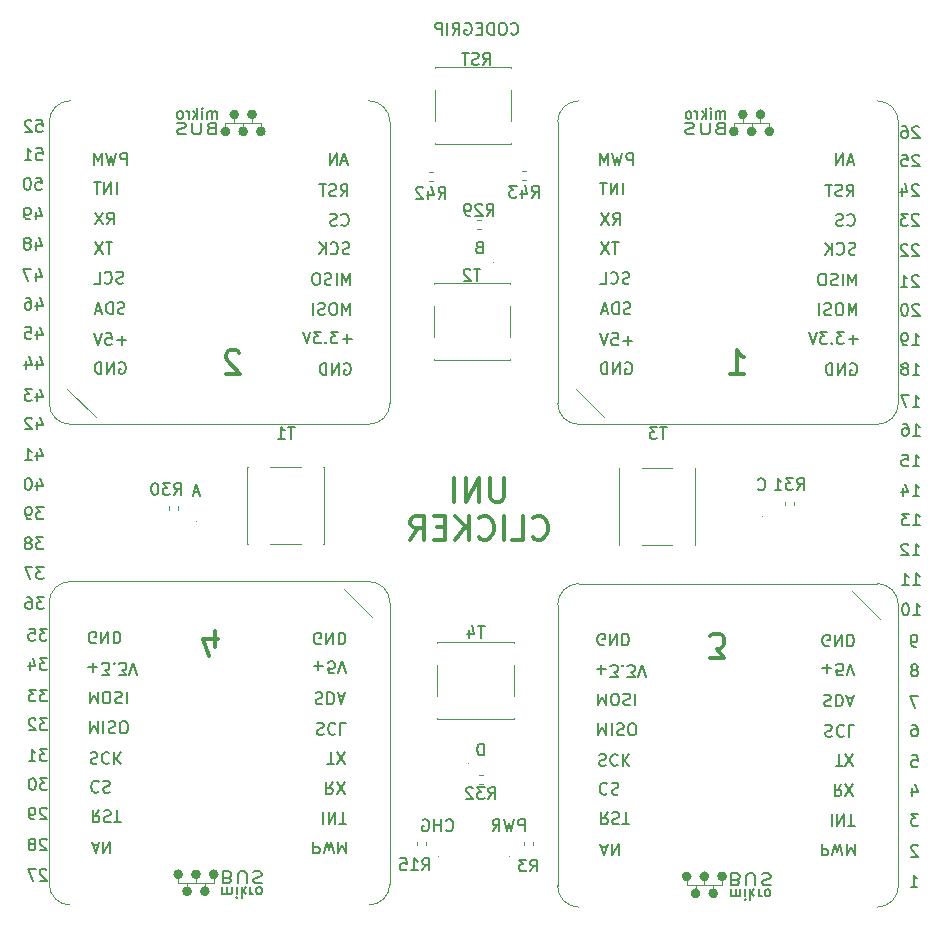
<source format=gbr>
%TF.GenerationSoftware,KiCad,Pcbnew,(6.0.7)*%
%TF.CreationDate,2022-08-29T18:43:20+02:00*%
%TF.ProjectId,UNIclicker,554e4963-6c69-4636-9b65-722e6b696361,rev?*%
%TF.SameCoordinates,Original*%
%TF.FileFunction,Legend,Bot*%
%TF.FilePolarity,Positive*%
%FSLAX46Y46*%
G04 Gerber Fmt 4.6, Leading zero omitted, Abs format (unit mm)*
G04 Created by KiCad (PCBNEW (6.0.7)) date 2022-08-29 18:43:20*
%MOMM*%
%LPD*%
G01*
G04 APERTURE LIST*
%ADD10C,0.150000*%
%ADD11C,0.300000*%
%ADD12C,0.100000*%
%ADD13C,0.120000*%
%ADD14C,0.420555*%
G04 APERTURE END LIST*
D10*
X20535714Y-37485714D02*
X20535714Y-38152380D01*
X20773809Y-37104761D02*
X21011904Y-37819047D01*
X20392857Y-37819047D01*
X20107142Y-37152380D02*
X19440476Y-37152380D01*
X19869047Y-38152380D01*
X95286904Y-40222619D02*
X95239285Y-40175000D01*
X95144047Y-40127380D01*
X94905952Y-40127380D01*
X94810714Y-40175000D01*
X94763095Y-40222619D01*
X94715476Y-40317857D01*
X94715476Y-40413095D01*
X94763095Y-40555952D01*
X95334523Y-41127380D01*
X94715476Y-41127380D01*
X94096428Y-40127380D02*
X94001190Y-40127380D01*
X93905952Y-40175000D01*
X93858333Y-40222619D01*
X93810714Y-40317857D01*
X93763095Y-40508333D01*
X93763095Y-40746428D01*
X93810714Y-40936904D01*
X93858333Y-41032142D01*
X93905952Y-41079761D01*
X94001190Y-41127380D01*
X94096428Y-41127380D01*
X94191666Y-41079761D01*
X94239285Y-41032142D01*
X94286904Y-40936904D01*
X94334523Y-40746428D01*
X94334523Y-40508333D01*
X94286904Y-40317857D01*
X94239285Y-40222619D01*
X94191666Y-40175000D01*
X94096428Y-40127380D01*
X68128571Y-75647619D02*
X68128571Y-76647619D01*
X68461904Y-75933333D01*
X68795238Y-76647619D01*
X68795238Y-75647619D01*
X69271428Y-75647619D02*
X69271428Y-76647619D01*
X69700000Y-75695238D02*
X69842857Y-75647619D01*
X70080952Y-75647619D01*
X70176190Y-75695238D01*
X70223809Y-75742857D01*
X70271428Y-75838095D01*
X70271428Y-75933333D01*
X70223809Y-76028571D01*
X70176190Y-76076190D01*
X70080952Y-76123809D01*
X69890476Y-76171428D01*
X69795238Y-76219047D01*
X69747619Y-76266666D01*
X69700000Y-76361904D01*
X69700000Y-76457142D01*
X69747619Y-76552380D01*
X69795238Y-76600000D01*
X69890476Y-76647619D01*
X70128571Y-76647619D01*
X70271428Y-76600000D01*
X70890476Y-76647619D02*
X71080952Y-76647619D01*
X71176190Y-76600000D01*
X71271428Y-76504761D01*
X71319047Y-76314285D01*
X71319047Y-75980952D01*
X71271428Y-75790476D01*
X71176190Y-75695238D01*
X71080952Y-75647619D01*
X70890476Y-75647619D01*
X70795238Y-75695238D01*
X70700000Y-75790476D01*
X70652380Y-75980952D01*
X70652380Y-76314285D01*
X70700000Y-76504761D01*
X70795238Y-76600000D01*
X70890476Y-76647619D01*
X46861904Y-28066666D02*
X46385714Y-28066666D01*
X46957142Y-28352380D02*
X46623809Y-27352380D01*
X46290476Y-28352380D01*
X45957142Y-28352380D02*
X45957142Y-27352380D01*
X45385714Y-28352380D01*
X45385714Y-27352380D01*
X87334523Y-75820238D02*
X87477380Y-75772619D01*
X87715476Y-75772619D01*
X87810714Y-75820238D01*
X87858333Y-75867857D01*
X87905952Y-75963095D01*
X87905952Y-76058333D01*
X87858333Y-76153571D01*
X87810714Y-76201190D01*
X87715476Y-76248809D01*
X87525000Y-76296428D01*
X87429761Y-76344047D01*
X87382142Y-76391666D01*
X87334523Y-76486904D01*
X87334523Y-76582142D01*
X87382142Y-76677380D01*
X87429761Y-76725000D01*
X87525000Y-76772619D01*
X87763095Y-76772619D01*
X87905952Y-76725000D01*
X88905952Y-75867857D02*
X88858333Y-75820238D01*
X88715476Y-75772619D01*
X88620238Y-75772619D01*
X88477380Y-75820238D01*
X88382142Y-75915476D01*
X88334523Y-76010714D01*
X88286904Y-76201190D01*
X88286904Y-76344047D01*
X88334523Y-76534523D01*
X88382142Y-76629761D01*
X88477380Y-76725000D01*
X88620238Y-76772619D01*
X88715476Y-76772619D01*
X88858333Y-76725000D01*
X88905952Y-76677380D01*
X89810714Y-75772619D02*
X89334523Y-75772619D01*
X89334523Y-76772619D01*
X21459523Y-77827380D02*
X20840476Y-77827380D01*
X21173809Y-78208333D01*
X21030952Y-78208333D01*
X20935714Y-78255952D01*
X20888095Y-78303571D01*
X20840476Y-78398809D01*
X20840476Y-78636904D01*
X20888095Y-78732142D01*
X20935714Y-78779761D01*
X21030952Y-78827380D01*
X21316666Y-78827380D01*
X21411904Y-78779761D01*
X21459523Y-78732142D01*
X19888095Y-78827380D02*
X20459523Y-78827380D01*
X20173809Y-78827380D02*
X20173809Y-77827380D01*
X20269047Y-77970238D01*
X20364285Y-78065476D01*
X20459523Y-78113095D01*
X69366666Y-33427380D02*
X69700000Y-32951190D01*
X69938095Y-33427380D02*
X69938095Y-32427380D01*
X69557142Y-32427380D01*
X69461904Y-32475000D01*
X69414285Y-32522619D01*
X69366666Y-32617857D01*
X69366666Y-32760714D01*
X69414285Y-32855952D01*
X69461904Y-32903571D01*
X69557142Y-32951190D01*
X69938095Y-32951190D01*
X69033333Y-32427380D02*
X68366666Y-33427380D01*
X68366666Y-32427380D02*
X69033333Y-33427380D01*
X44185714Y-73070238D02*
X44328571Y-73022619D01*
X44566666Y-73022619D01*
X44661904Y-73070238D01*
X44709523Y-73117857D01*
X44757142Y-73213095D01*
X44757142Y-73308333D01*
X44709523Y-73403571D01*
X44661904Y-73451190D01*
X44566666Y-73498809D01*
X44376190Y-73546428D01*
X44280952Y-73594047D01*
X44233333Y-73641666D01*
X44185714Y-73736904D01*
X44185714Y-73832142D01*
X44233333Y-73927380D01*
X44280952Y-73975000D01*
X44376190Y-74022619D01*
X44614285Y-74022619D01*
X44757142Y-73975000D01*
X45185714Y-73022619D02*
X45185714Y-74022619D01*
X45423809Y-74022619D01*
X45566666Y-73975000D01*
X45661904Y-73879761D01*
X45709523Y-73784523D01*
X45757142Y-73594047D01*
X45757142Y-73451190D01*
X45709523Y-73260714D01*
X45661904Y-73165476D01*
X45566666Y-73070238D01*
X45423809Y-73022619D01*
X45185714Y-73022619D01*
X46138095Y-73308333D02*
X46614285Y-73308333D01*
X46042857Y-73022619D02*
X46376190Y-74022619D01*
X46709523Y-73022619D01*
X25877380Y-82997619D02*
X25544047Y-83473809D01*
X25305952Y-82997619D02*
X25305952Y-83997619D01*
X25686904Y-83997619D01*
X25782142Y-83950000D01*
X25829761Y-83902380D01*
X25877380Y-83807142D01*
X25877380Y-83664285D01*
X25829761Y-83569047D01*
X25782142Y-83521428D01*
X25686904Y-83473809D01*
X25305952Y-83473809D01*
X26258333Y-83045238D02*
X26401190Y-82997619D01*
X26639285Y-82997619D01*
X26734523Y-83045238D01*
X26782142Y-83092857D01*
X26829761Y-83188095D01*
X26829761Y-83283333D01*
X26782142Y-83378571D01*
X26734523Y-83426190D01*
X26639285Y-83473809D01*
X26448809Y-83521428D01*
X26353571Y-83569047D01*
X26305952Y-83616666D01*
X26258333Y-83711904D01*
X26258333Y-83807142D01*
X26305952Y-83902380D01*
X26353571Y-83950000D01*
X26448809Y-83997619D01*
X26686904Y-83997619D01*
X26829761Y-83950000D01*
X27115476Y-83997619D02*
X27686904Y-83997619D01*
X27401190Y-82997619D02*
X27401190Y-83997619D01*
X25139285Y-78120238D02*
X25282142Y-78072619D01*
X25520238Y-78072619D01*
X25615476Y-78120238D01*
X25663095Y-78167857D01*
X25710714Y-78263095D01*
X25710714Y-78358333D01*
X25663095Y-78453571D01*
X25615476Y-78501190D01*
X25520238Y-78548809D01*
X25329761Y-78596428D01*
X25234523Y-78644047D01*
X25186904Y-78691666D01*
X25139285Y-78786904D01*
X25139285Y-78882142D01*
X25186904Y-78977380D01*
X25234523Y-79025000D01*
X25329761Y-79072619D01*
X25567857Y-79072619D01*
X25710714Y-79025000D01*
X26710714Y-78167857D02*
X26663095Y-78120238D01*
X26520238Y-78072619D01*
X26425000Y-78072619D01*
X26282142Y-78120238D01*
X26186904Y-78215476D01*
X26139285Y-78310714D01*
X26091666Y-78501190D01*
X26091666Y-78644047D01*
X26139285Y-78834523D01*
X26186904Y-78929761D01*
X26282142Y-79025000D01*
X26425000Y-79072619D01*
X26520238Y-79072619D01*
X26663095Y-79025000D01*
X26710714Y-78977380D01*
X27139285Y-78072619D02*
X27139285Y-79072619D01*
X27710714Y-78072619D02*
X27282142Y-78644047D01*
X27710714Y-79072619D02*
X27139285Y-78501190D01*
X21134523Y-59902380D02*
X20515476Y-59902380D01*
X20848809Y-60283333D01*
X20705952Y-60283333D01*
X20610714Y-60330952D01*
X20563095Y-60378571D01*
X20515476Y-60473809D01*
X20515476Y-60711904D01*
X20563095Y-60807142D01*
X20610714Y-60854761D01*
X20705952Y-60902380D01*
X20991666Y-60902380D01*
X21086904Y-60854761D01*
X21134523Y-60807142D01*
X19944047Y-60330952D02*
X20039285Y-60283333D01*
X20086904Y-60235714D01*
X20134523Y-60140476D01*
X20134523Y-60092857D01*
X20086904Y-59997619D01*
X20039285Y-59950000D01*
X19944047Y-59902380D01*
X19753571Y-59902380D01*
X19658333Y-59950000D01*
X19610714Y-59997619D01*
X19563095Y-60092857D01*
X19563095Y-60140476D01*
X19610714Y-60235714D01*
X19658333Y-60283333D01*
X19753571Y-60330952D01*
X19944047Y-60330952D01*
X20039285Y-60378571D01*
X20086904Y-60426190D01*
X20134523Y-60521428D01*
X20134523Y-60711904D01*
X20086904Y-60807142D01*
X20039285Y-60854761D01*
X19944047Y-60902380D01*
X19753571Y-60902380D01*
X19658333Y-60854761D01*
X19610714Y-60807142D01*
X19563095Y-60711904D01*
X19563095Y-60521428D01*
X19610714Y-60426190D01*
X19658333Y-60378571D01*
X19753571Y-60330952D01*
X25808333Y-80592857D02*
X25760714Y-80545238D01*
X25617857Y-80497619D01*
X25522619Y-80497619D01*
X25379761Y-80545238D01*
X25284523Y-80640476D01*
X25236904Y-80735714D01*
X25189285Y-80926190D01*
X25189285Y-81069047D01*
X25236904Y-81259523D01*
X25284523Y-81354761D01*
X25379761Y-81450000D01*
X25522619Y-81497619D01*
X25617857Y-81497619D01*
X25760714Y-81450000D01*
X25808333Y-81402380D01*
X26189285Y-80545238D02*
X26332142Y-80497619D01*
X26570238Y-80497619D01*
X26665476Y-80545238D01*
X26713095Y-80592857D01*
X26760714Y-80688095D01*
X26760714Y-80783333D01*
X26713095Y-80878571D01*
X26665476Y-80926190D01*
X26570238Y-80973809D01*
X26379761Y-81021428D01*
X26284523Y-81069047D01*
X26236904Y-81116666D01*
X26189285Y-81211904D01*
X26189285Y-81307142D01*
X26236904Y-81402380D01*
X26284523Y-81450000D01*
X26379761Y-81497619D01*
X26617857Y-81497619D01*
X26760714Y-81450000D01*
X21184523Y-64952380D02*
X20565476Y-64952380D01*
X20898809Y-65333333D01*
X20755952Y-65333333D01*
X20660714Y-65380952D01*
X20613095Y-65428571D01*
X20565476Y-65523809D01*
X20565476Y-65761904D01*
X20613095Y-65857142D01*
X20660714Y-65904761D01*
X20755952Y-65952380D01*
X21041666Y-65952380D01*
X21136904Y-65904761D01*
X21184523Y-65857142D01*
X19708333Y-64952380D02*
X19898809Y-64952380D01*
X19994047Y-65000000D01*
X20041666Y-65047619D01*
X20136904Y-65190476D01*
X20184523Y-65380952D01*
X20184523Y-65761904D01*
X20136904Y-65857142D01*
X20089285Y-65904761D01*
X19994047Y-65952380D01*
X19803571Y-65952380D01*
X19708333Y-65904761D01*
X19660714Y-65857142D01*
X19613095Y-65761904D01*
X19613095Y-65523809D01*
X19660714Y-65428571D01*
X19708333Y-65380952D01*
X19803571Y-65333333D01*
X19994047Y-65333333D01*
X20089285Y-65380952D01*
X20136904Y-65428571D01*
X20184523Y-65523809D01*
X95286904Y-27572619D02*
X95239285Y-27525000D01*
X95144047Y-27477380D01*
X94905952Y-27477380D01*
X94810714Y-27525000D01*
X94763095Y-27572619D01*
X94715476Y-27667857D01*
X94715476Y-27763095D01*
X94763095Y-27905952D01*
X95334523Y-28477380D01*
X94715476Y-28477380D01*
X93810714Y-27477380D02*
X94286904Y-27477380D01*
X94334523Y-27953571D01*
X94286904Y-27905952D01*
X94191666Y-27858333D01*
X93953571Y-27858333D01*
X93858333Y-27905952D01*
X93810714Y-27953571D01*
X93763095Y-28048809D01*
X93763095Y-28286904D01*
X93810714Y-28382142D01*
X93858333Y-28429761D01*
X93953571Y-28477380D01*
X94191666Y-28477380D01*
X94286904Y-28429761D01*
X94334523Y-28382142D01*
X68927380Y-83172619D02*
X68594047Y-83648809D01*
X68355952Y-83172619D02*
X68355952Y-84172619D01*
X68736904Y-84172619D01*
X68832142Y-84125000D01*
X68879761Y-84077380D01*
X68927380Y-83982142D01*
X68927380Y-83839285D01*
X68879761Y-83744047D01*
X68832142Y-83696428D01*
X68736904Y-83648809D01*
X68355952Y-83648809D01*
X69308333Y-83220238D02*
X69451190Y-83172619D01*
X69689285Y-83172619D01*
X69784523Y-83220238D01*
X69832142Y-83267857D01*
X69879761Y-83363095D01*
X69879761Y-83458333D01*
X69832142Y-83553571D01*
X69784523Y-83601190D01*
X69689285Y-83648809D01*
X69498809Y-83696428D01*
X69403571Y-83744047D01*
X69355952Y-83791666D01*
X69308333Y-83886904D01*
X69308333Y-83982142D01*
X69355952Y-84077380D01*
X69403571Y-84125000D01*
X69498809Y-84172619D01*
X69736904Y-84172619D01*
X69879761Y-84125000D01*
X70165476Y-84172619D02*
X70736904Y-84172619D01*
X70451190Y-83172619D02*
X70451190Y-84172619D01*
X87235714Y-73245238D02*
X87378571Y-73197619D01*
X87616666Y-73197619D01*
X87711904Y-73245238D01*
X87759523Y-73292857D01*
X87807142Y-73388095D01*
X87807142Y-73483333D01*
X87759523Y-73578571D01*
X87711904Y-73626190D01*
X87616666Y-73673809D01*
X87426190Y-73721428D01*
X87330952Y-73769047D01*
X87283333Y-73816666D01*
X87235714Y-73911904D01*
X87235714Y-74007142D01*
X87283333Y-74102380D01*
X87330952Y-74150000D01*
X87426190Y-74197619D01*
X87664285Y-74197619D01*
X87807142Y-74150000D01*
X88235714Y-73197619D02*
X88235714Y-74197619D01*
X88473809Y-74197619D01*
X88616666Y-74150000D01*
X88711904Y-74054761D01*
X88759523Y-73959523D01*
X88807142Y-73769047D01*
X88807142Y-73626190D01*
X88759523Y-73435714D01*
X88711904Y-73340476D01*
X88616666Y-73245238D01*
X88473809Y-73197619D01*
X88235714Y-73197619D01*
X89188095Y-73483333D02*
X89664285Y-73483333D01*
X89092857Y-73197619D02*
X89426190Y-74197619D01*
X89759523Y-73197619D01*
X47035714Y-35879761D02*
X46892857Y-35927380D01*
X46654761Y-35927380D01*
X46559523Y-35879761D01*
X46511904Y-35832142D01*
X46464285Y-35736904D01*
X46464285Y-35641666D01*
X46511904Y-35546428D01*
X46559523Y-35498809D01*
X46654761Y-35451190D01*
X46845238Y-35403571D01*
X46940476Y-35355952D01*
X46988095Y-35308333D01*
X47035714Y-35213095D01*
X47035714Y-35117857D01*
X46988095Y-35022619D01*
X46940476Y-34975000D01*
X46845238Y-34927380D01*
X46607142Y-34927380D01*
X46464285Y-34975000D01*
X45464285Y-35832142D02*
X45511904Y-35879761D01*
X45654761Y-35927380D01*
X45750000Y-35927380D01*
X45892857Y-35879761D01*
X45988095Y-35784523D01*
X46035714Y-35689285D01*
X46083333Y-35498809D01*
X46083333Y-35355952D01*
X46035714Y-35165476D01*
X45988095Y-35070238D01*
X45892857Y-34975000D01*
X45750000Y-34927380D01*
X45654761Y-34927380D01*
X45511904Y-34975000D01*
X45464285Y-35022619D01*
X45035714Y-35927380D02*
X45035714Y-34927380D01*
X44464285Y-35927380D02*
X44892857Y-35355952D01*
X44464285Y-34927380D02*
X45035714Y-35498809D01*
X25053571Y-72947619D02*
X25053571Y-73947619D01*
X25386904Y-73233333D01*
X25720238Y-73947619D01*
X25720238Y-72947619D01*
X26386904Y-73947619D02*
X26577380Y-73947619D01*
X26672619Y-73900000D01*
X26767857Y-73804761D01*
X26815476Y-73614285D01*
X26815476Y-73280952D01*
X26767857Y-73090476D01*
X26672619Y-72995238D01*
X26577380Y-72947619D01*
X26386904Y-72947619D01*
X26291666Y-72995238D01*
X26196428Y-73090476D01*
X26148809Y-73280952D01*
X26148809Y-73614285D01*
X26196428Y-73804761D01*
X26291666Y-73900000D01*
X26386904Y-73947619D01*
X27196428Y-72995238D02*
X27339285Y-72947619D01*
X27577380Y-72947619D01*
X27672619Y-72995238D01*
X27720238Y-73042857D01*
X27767857Y-73138095D01*
X27767857Y-73233333D01*
X27720238Y-73328571D01*
X27672619Y-73376190D01*
X27577380Y-73423809D01*
X27386904Y-73471428D01*
X27291666Y-73519047D01*
X27244047Y-73566666D01*
X27196428Y-73661904D01*
X27196428Y-73757142D01*
X27244047Y-73852380D01*
X27291666Y-73900000D01*
X27386904Y-73947619D01*
X27625000Y-73947619D01*
X27767857Y-73900000D01*
X28196428Y-72947619D02*
X28196428Y-73947619D01*
X20538095Y-24552380D02*
X21014285Y-24552380D01*
X21061904Y-25028571D01*
X21014285Y-24980952D01*
X20919047Y-24933333D01*
X20680952Y-24933333D01*
X20585714Y-24980952D01*
X20538095Y-25028571D01*
X20490476Y-25123809D01*
X20490476Y-25361904D01*
X20538095Y-25457142D01*
X20585714Y-25504761D01*
X20680952Y-25552380D01*
X20919047Y-25552380D01*
X21014285Y-25504761D01*
X21061904Y-25457142D01*
X20109523Y-24647619D02*
X20061904Y-24600000D01*
X19966666Y-24552380D01*
X19728571Y-24552380D01*
X19633333Y-24600000D01*
X19585714Y-24647619D01*
X19538095Y-24742857D01*
X19538095Y-24838095D01*
X19585714Y-24980952D01*
X20157142Y-25552380D01*
X19538095Y-25552380D01*
X26516666Y-33402380D02*
X26850000Y-32926190D01*
X27088095Y-33402380D02*
X27088095Y-32402380D01*
X26707142Y-32402380D01*
X26611904Y-32450000D01*
X26564285Y-32497619D01*
X26516666Y-32592857D01*
X26516666Y-32735714D01*
X26564285Y-32830952D01*
X26611904Y-32878571D01*
X26707142Y-32926190D01*
X27088095Y-32926190D01*
X26183333Y-32402380D02*
X25516666Y-33402380D01*
X25516666Y-32402380D02*
X26183333Y-33402380D01*
X60729761Y-17232142D02*
X60777380Y-17279761D01*
X60920238Y-17327380D01*
X61015476Y-17327380D01*
X61158333Y-17279761D01*
X61253571Y-17184523D01*
X61301190Y-17089285D01*
X61348809Y-16898809D01*
X61348809Y-16755952D01*
X61301190Y-16565476D01*
X61253571Y-16470238D01*
X61158333Y-16375000D01*
X61015476Y-16327380D01*
X60920238Y-16327380D01*
X60777380Y-16375000D01*
X60729761Y-16422619D01*
X60110714Y-16327380D02*
X59920238Y-16327380D01*
X59825000Y-16375000D01*
X59729761Y-16470238D01*
X59682142Y-16660714D01*
X59682142Y-16994047D01*
X59729761Y-17184523D01*
X59825000Y-17279761D01*
X59920238Y-17327380D01*
X60110714Y-17327380D01*
X60205952Y-17279761D01*
X60301190Y-17184523D01*
X60348809Y-16994047D01*
X60348809Y-16660714D01*
X60301190Y-16470238D01*
X60205952Y-16375000D01*
X60110714Y-16327380D01*
X59253571Y-17327380D02*
X59253571Y-16327380D01*
X59015476Y-16327380D01*
X58872619Y-16375000D01*
X58777380Y-16470238D01*
X58729761Y-16565476D01*
X58682142Y-16755952D01*
X58682142Y-16898809D01*
X58729761Y-17089285D01*
X58777380Y-17184523D01*
X58872619Y-17279761D01*
X59015476Y-17327380D01*
X59253571Y-17327380D01*
X58253571Y-16803571D02*
X57920238Y-16803571D01*
X57777380Y-17327380D02*
X58253571Y-17327380D01*
X58253571Y-16327380D01*
X57777380Y-16327380D01*
X56825000Y-16375000D02*
X56920238Y-16327380D01*
X57063095Y-16327380D01*
X57205952Y-16375000D01*
X57301190Y-16470238D01*
X57348809Y-16565476D01*
X57396428Y-16755952D01*
X57396428Y-16898809D01*
X57348809Y-17089285D01*
X57301190Y-17184523D01*
X57205952Y-17279761D01*
X57063095Y-17327380D01*
X56967857Y-17327380D01*
X56825000Y-17279761D01*
X56777380Y-17232142D01*
X56777380Y-16898809D01*
X56967857Y-16898809D01*
X55777380Y-17327380D02*
X56110714Y-16851190D01*
X56348809Y-17327380D02*
X56348809Y-16327380D01*
X55967857Y-16327380D01*
X55872619Y-16375000D01*
X55825000Y-16422619D01*
X55777380Y-16517857D01*
X55777380Y-16660714D01*
X55825000Y-16755952D01*
X55872619Y-16803571D01*
X55967857Y-16851190D01*
X56348809Y-16851190D01*
X55348809Y-17327380D02*
X55348809Y-16327380D01*
X54872619Y-17327380D02*
X54872619Y-16327380D01*
X54491666Y-16327380D01*
X54396428Y-16375000D01*
X54348809Y-16422619D01*
X54301190Y-16517857D01*
X54301190Y-16660714D01*
X54348809Y-16755952D01*
X54396428Y-16803571D01*
X54491666Y-16851190D01*
X54872619Y-16851190D01*
X27561904Y-45100000D02*
X27657142Y-45052380D01*
X27800000Y-45052380D01*
X27942857Y-45100000D01*
X28038095Y-45195238D01*
X28085714Y-45290476D01*
X28133333Y-45480952D01*
X28133333Y-45623809D01*
X28085714Y-45814285D01*
X28038095Y-45909523D01*
X27942857Y-46004761D01*
X27800000Y-46052380D01*
X27704761Y-46052380D01*
X27561904Y-46004761D01*
X27514285Y-45957142D01*
X27514285Y-45623809D01*
X27704761Y-45623809D01*
X27085714Y-46052380D02*
X27085714Y-45052380D01*
X26514285Y-46052380D01*
X26514285Y-45052380D01*
X26038095Y-46052380D02*
X26038095Y-45052380D01*
X25800000Y-45052380D01*
X25657142Y-45100000D01*
X25561904Y-45195238D01*
X25514285Y-45290476D01*
X25466666Y-45480952D01*
X25466666Y-45623809D01*
X25514285Y-45814285D01*
X25561904Y-45909523D01*
X25657142Y-46004761D01*
X25800000Y-46052380D01*
X26038095Y-46052380D01*
X95040476Y-69152380D02*
X94850000Y-69152380D01*
X94754761Y-69104761D01*
X94707142Y-69057142D01*
X94611904Y-68914285D01*
X94564285Y-68723809D01*
X94564285Y-68342857D01*
X94611904Y-68247619D01*
X94659523Y-68200000D01*
X94754761Y-68152380D01*
X94945238Y-68152380D01*
X95040476Y-68200000D01*
X95088095Y-68247619D01*
X95135714Y-68342857D01*
X95135714Y-68580952D01*
X95088095Y-68676190D01*
X95040476Y-68723809D01*
X94945238Y-68771428D01*
X94754761Y-68771428D01*
X94659523Y-68723809D01*
X94611904Y-68676190D01*
X94564285Y-68580952D01*
X70411904Y-45125000D02*
X70507142Y-45077380D01*
X70650000Y-45077380D01*
X70792857Y-45125000D01*
X70888095Y-45220238D01*
X70935714Y-45315476D01*
X70983333Y-45505952D01*
X70983333Y-45648809D01*
X70935714Y-45839285D01*
X70888095Y-45934523D01*
X70792857Y-46029761D01*
X70650000Y-46077380D01*
X70554761Y-46077380D01*
X70411904Y-46029761D01*
X70364285Y-45982142D01*
X70364285Y-45648809D01*
X70554761Y-45648809D01*
X69935714Y-46077380D02*
X69935714Y-45077380D01*
X69364285Y-46077380D01*
X69364285Y-45077380D01*
X68888095Y-46077380D02*
X68888095Y-45077380D01*
X68650000Y-45077380D01*
X68507142Y-45125000D01*
X68411904Y-45220238D01*
X68364285Y-45315476D01*
X68316666Y-45505952D01*
X68316666Y-45648809D01*
X68364285Y-45839285D01*
X68411904Y-45934523D01*
X68507142Y-46029761D01*
X68650000Y-46077380D01*
X68888095Y-46077380D01*
X95208333Y-73302380D02*
X94541666Y-73302380D01*
X94970238Y-74302380D01*
X95208333Y-83302380D02*
X94589285Y-83302380D01*
X94922619Y-83683333D01*
X94779761Y-83683333D01*
X94684523Y-83730952D01*
X94636904Y-83778571D01*
X94589285Y-83873809D01*
X94589285Y-84111904D01*
X94636904Y-84207142D01*
X94684523Y-84254761D01*
X94779761Y-84302380D01*
X95065476Y-84302380D01*
X95160714Y-84254761D01*
X95208333Y-84207142D01*
X58372619Y-19877380D02*
X58705952Y-19401190D01*
X58944047Y-19877380D02*
X58944047Y-18877380D01*
X58563095Y-18877380D01*
X58467857Y-18925000D01*
X58420238Y-18972619D01*
X58372619Y-19067857D01*
X58372619Y-19210714D01*
X58420238Y-19305952D01*
X58467857Y-19353571D01*
X58563095Y-19401190D01*
X58944047Y-19401190D01*
X57991666Y-19829761D02*
X57848809Y-19877380D01*
X57610714Y-19877380D01*
X57515476Y-19829761D01*
X57467857Y-19782142D01*
X57420238Y-19686904D01*
X57420238Y-19591666D01*
X57467857Y-19496428D01*
X57515476Y-19448809D01*
X57610714Y-19401190D01*
X57801190Y-19353571D01*
X57896428Y-19305952D01*
X57944047Y-19258333D01*
X57991666Y-19163095D01*
X57991666Y-19067857D01*
X57944047Y-18972619D01*
X57896428Y-18925000D01*
X57801190Y-18877380D01*
X57563095Y-18877380D01*
X57420238Y-18925000D01*
X57134523Y-18877380D02*
X56563095Y-18877380D01*
X56848809Y-19877380D02*
X56848809Y-18877380D01*
X94740476Y-53877380D02*
X95311904Y-53877380D01*
X95026190Y-53877380D02*
X95026190Y-52877380D01*
X95121428Y-53020238D01*
X95216666Y-53115476D01*
X95311904Y-53163095D01*
X93835714Y-52877380D02*
X94311904Y-52877380D01*
X94359523Y-53353571D01*
X94311904Y-53305952D01*
X94216666Y-53258333D01*
X93978571Y-53258333D01*
X93883333Y-53305952D01*
X93835714Y-53353571D01*
X93788095Y-53448809D01*
X93788095Y-53686904D01*
X93835714Y-53782142D01*
X93883333Y-53829761D01*
X93978571Y-53877380D01*
X94216666Y-53877380D01*
X94311904Y-53829761D01*
X94359523Y-53782142D01*
X21386904Y-88047619D02*
X21339285Y-88000000D01*
X21244047Y-87952380D01*
X21005952Y-87952380D01*
X20910714Y-88000000D01*
X20863095Y-88047619D01*
X20815476Y-88142857D01*
X20815476Y-88238095D01*
X20863095Y-88380952D01*
X21434523Y-88952380D01*
X20815476Y-88952380D01*
X20482142Y-87952380D02*
X19815476Y-87952380D01*
X20244047Y-88952380D01*
X87089285Y-70953571D02*
X87851190Y-70953571D01*
X87470238Y-70572619D02*
X87470238Y-71334523D01*
X88803571Y-71572619D02*
X88327380Y-71572619D01*
X88279761Y-71096428D01*
X88327380Y-71144047D01*
X88422619Y-71191666D01*
X88660714Y-71191666D01*
X88755952Y-71144047D01*
X88803571Y-71096428D01*
X88851190Y-71001190D01*
X88851190Y-70763095D01*
X88803571Y-70667857D01*
X88755952Y-70620238D01*
X88660714Y-70572619D01*
X88422619Y-70572619D01*
X88327380Y-70620238D01*
X88279761Y-70667857D01*
X89136904Y-71572619D02*
X89470238Y-70572619D01*
X89803571Y-71572619D01*
X47096428Y-38527380D02*
X47096428Y-37527380D01*
X46763095Y-38241666D01*
X46429761Y-37527380D01*
X46429761Y-38527380D01*
X45953571Y-38527380D02*
X45953571Y-37527380D01*
X45525000Y-38479761D02*
X45382142Y-38527380D01*
X45144047Y-38527380D01*
X45048809Y-38479761D01*
X45001190Y-38432142D01*
X44953571Y-38336904D01*
X44953571Y-38241666D01*
X45001190Y-38146428D01*
X45048809Y-38098809D01*
X45144047Y-38051190D01*
X45334523Y-38003571D01*
X45429761Y-37955952D01*
X45477380Y-37908333D01*
X45525000Y-37813095D01*
X45525000Y-37717857D01*
X45477380Y-37622619D01*
X45429761Y-37575000D01*
X45334523Y-37527380D01*
X45096428Y-37527380D01*
X44953571Y-37575000D01*
X44334523Y-37527380D02*
X44144047Y-37527380D01*
X44048809Y-37575000D01*
X43953571Y-37670238D01*
X43905952Y-37860714D01*
X43905952Y-38194047D01*
X43953571Y-38384523D01*
X44048809Y-38479761D01*
X44144047Y-38527380D01*
X44334523Y-38527380D01*
X44429761Y-38479761D01*
X44525000Y-38384523D01*
X44572619Y-38194047D01*
X44572619Y-37860714D01*
X44525000Y-37670238D01*
X44429761Y-37575000D01*
X44334523Y-37527380D01*
X68858333Y-80767857D02*
X68810714Y-80720238D01*
X68667857Y-80672619D01*
X68572619Y-80672619D01*
X68429761Y-80720238D01*
X68334523Y-80815476D01*
X68286904Y-80910714D01*
X68239285Y-81101190D01*
X68239285Y-81244047D01*
X68286904Y-81434523D01*
X68334523Y-81529761D01*
X68429761Y-81625000D01*
X68572619Y-81672619D01*
X68667857Y-81672619D01*
X68810714Y-81625000D01*
X68858333Y-81577380D01*
X69239285Y-80720238D02*
X69382142Y-80672619D01*
X69620238Y-80672619D01*
X69715476Y-80720238D01*
X69763095Y-80767857D01*
X69810714Y-80863095D01*
X69810714Y-80958333D01*
X69763095Y-81053571D01*
X69715476Y-81101190D01*
X69620238Y-81148809D01*
X69429761Y-81196428D01*
X69334523Y-81244047D01*
X69286904Y-81291666D01*
X69239285Y-81386904D01*
X69239285Y-81482142D01*
X69286904Y-81577380D01*
X69334523Y-81625000D01*
X69429761Y-81672619D01*
X69667857Y-81672619D01*
X69810714Y-81625000D01*
X20538095Y-26952380D02*
X21014285Y-26952380D01*
X21061904Y-27428571D01*
X21014285Y-27380952D01*
X20919047Y-27333333D01*
X20680952Y-27333333D01*
X20585714Y-27380952D01*
X20538095Y-27428571D01*
X20490476Y-27523809D01*
X20490476Y-27761904D01*
X20538095Y-27857142D01*
X20585714Y-27904761D01*
X20680952Y-27952380D01*
X20919047Y-27952380D01*
X21014285Y-27904761D01*
X21061904Y-27857142D01*
X19538095Y-27952380D02*
X20109523Y-27952380D01*
X19823809Y-27952380D02*
X19823809Y-26952380D01*
X19919047Y-27095238D01*
X20014285Y-27190476D01*
X20109523Y-27238095D01*
X27354761Y-30827380D02*
X27354761Y-29827380D01*
X26878571Y-30827380D02*
X26878571Y-29827380D01*
X26307142Y-30827380D01*
X26307142Y-29827380D01*
X25973809Y-29827380D02*
X25402380Y-29827380D01*
X25688095Y-30827380D02*
X25688095Y-29827380D01*
X95236904Y-30072619D02*
X95189285Y-30025000D01*
X95094047Y-29977380D01*
X94855952Y-29977380D01*
X94760714Y-30025000D01*
X94713095Y-30072619D01*
X94665476Y-30167857D01*
X94665476Y-30263095D01*
X94713095Y-30405952D01*
X95284523Y-30977380D01*
X94665476Y-30977380D01*
X93808333Y-30310714D02*
X93808333Y-30977380D01*
X94046428Y-29929761D02*
X94284523Y-30644047D01*
X93665476Y-30644047D01*
X20585714Y-42435714D02*
X20585714Y-43102380D01*
X20823809Y-42054761D02*
X21061904Y-42769047D01*
X20442857Y-42769047D01*
X19585714Y-42102380D02*
X20061904Y-42102380D01*
X20109523Y-42578571D01*
X20061904Y-42530952D01*
X19966666Y-42483333D01*
X19728571Y-42483333D01*
X19633333Y-42530952D01*
X19585714Y-42578571D01*
X19538095Y-42673809D01*
X19538095Y-42911904D01*
X19585714Y-43007142D01*
X19633333Y-43054761D01*
X19728571Y-43102380D01*
X19966666Y-43102380D01*
X20061904Y-43054761D01*
X20109523Y-43007142D01*
X95236904Y-35147619D02*
X95189285Y-35100000D01*
X95094047Y-35052380D01*
X94855952Y-35052380D01*
X94760714Y-35100000D01*
X94713095Y-35147619D01*
X94665476Y-35242857D01*
X94665476Y-35338095D01*
X94713095Y-35480952D01*
X95284523Y-36052380D01*
X94665476Y-36052380D01*
X94284523Y-35147619D02*
X94236904Y-35100000D01*
X94141666Y-35052380D01*
X93903571Y-35052380D01*
X93808333Y-35100000D01*
X93760714Y-35147619D01*
X93713095Y-35242857D01*
X93713095Y-35338095D01*
X93760714Y-35480952D01*
X94332142Y-36052380D01*
X93713095Y-36052380D01*
X89216666Y-33432142D02*
X89264285Y-33479761D01*
X89407142Y-33527380D01*
X89502380Y-33527380D01*
X89645238Y-33479761D01*
X89740476Y-33384523D01*
X89788095Y-33289285D01*
X89835714Y-33098809D01*
X89835714Y-32955952D01*
X89788095Y-32765476D01*
X89740476Y-32670238D01*
X89645238Y-32575000D01*
X89502380Y-32527380D01*
X89407142Y-32527380D01*
X89264285Y-32575000D01*
X89216666Y-32622619D01*
X88835714Y-33479761D02*
X88692857Y-33527380D01*
X88454761Y-33527380D01*
X88359523Y-33479761D01*
X88311904Y-33432142D01*
X88264285Y-33336904D01*
X88264285Y-33241666D01*
X88311904Y-33146428D01*
X88359523Y-33098809D01*
X88454761Y-33051190D01*
X88645238Y-33003571D01*
X88740476Y-32955952D01*
X88788095Y-32908333D01*
X88835714Y-32813095D01*
X88835714Y-32717857D01*
X88788095Y-32622619D01*
X88740476Y-32575000D01*
X88645238Y-32527380D01*
X88407142Y-32527380D01*
X88264285Y-32575000D01*
X95286904Y-25172619D02*
X95239285Y-25125000D01*
X95144047Y-25077380D01*
X94905952Y-25077380D01*
X94810714Y-25125000D01*
X94763095Y-25172619D01*
X94715476Y-25267857D01*
X94715476Y-25363095D01*
X94763095Y-25505952D01*
X95334523Y-26077380D01*
X94715476Y-26077380D01*
X93858333Y-25077380D02*
X94048809Y-25077380D01*
X94144047Y-25125000D01*
X94191666Y-25172619D01*
X94286904Y-25315476D01*
X94334523Y-25505952D01*
X94334523Y-25886904D01*
X94286904Y-25982142D01*
X94239285Y-26029761D01*
X94144047Y-26077380D01*
X93953571Y-26077380D01*
X93858333Y-26029761D01*
X93810714Y-25982142D01*
X93763095Y-25886904D01*
X93763095Y-25648809D01*
X93810714Y-25553571D01*
X93858333Y-25505952D01*
X93953571Y-25458333D01*
X94144047Y-25458333D01*
X94239285Y-25505952D01*
X94286904Y-25553571D01*
X94334523Y-25648809D01*
X20585714Y-39935714D02*
X20585714Y-40602380D01*
X20823809Y-39554761D02*
X21061904Y-40269047D01*
X20442857Y-40269047D01*
X19633333Y-39602380D02*
X19823809Y-39602380D01*
X19919047Y-39650000D01*
X19966666Y-39697619D01*
X20061904Y-39840476D01*
X20109523Y-40030952D01*
X20109523Y-40411904D01*
X20061904Y-40507142D01*
X20014285Y-40554761D01*
X19919047Y-40602380D01*
X19728571Y-40602380D01*
X19633333Y-40554761D01*
X19585714Y-40507142D01*
X19538095Y-40411904D01*
X19538095Y-40173809D01*
X19585714Y-40078571D01*
X19633333Y-40030952D01*
X19728571Y-39983333D01*
X19919047Y-39983333D01*
X20014285Y-40030952D01*
X20061904Y-40078571D01*
X20109523Y-40173809D01*
X44613095Y-68900000D02*
X44517857Y-68947619D01*
X44375000Y-68947619D01*
X44232142Y-68900000D01*
X44136904Y-68804761D01*
X44089285Y-68709523D01*
X44041666Y-68519047D01*
X44041666Y-68376190D01*
X44089285Y-68185714D01*
X44136904Y-68090476D01*
X44232142Y-67995238D01*
X44375000Y-67947619D01*
X44470238Y-67947619D01*
X44613095Y-67995238D01*
X44660714Y-68042857D01*
X44660714Y-68376190D01*
X44470238Y-68376190D01*
X45089285Y-67947619D02*
X45089285Y-68947619D01*
X45660714Y-67947619D01*
X45660714Y-68947619D01*
X46136904Y-67947619D02*
X46136904Y-68947619D01*
X46375000Y-68947619D01*
X46517857Y-68900000D01*
X46613095Y-68804761D01*
X46660714Y-68709523D01*
X46708333Y-68519047D01*
X46708333Y-68376190D01*
X46660714Y-68185714D01*
X46613095Y-68090476D01*
X46517857Y-67995238D01*
X46375000Y-67947619D01*
X46136904Y-67947619D01*
D11*
X60120238Y-54869761D02*
X60120238Y-56488809D01*
X60025000Y-56679285D01*
X59929761Y-56774523D01*
X59739285Y-56869761D01*
X59358333Y-56869761D01*
X59167857Y-56774523D01*
X59072619Y-56679285D01*
X58977380Y-56488809D01*
X58977380Y-54869761D01*
X58025000Y-56869761D02*
X58025000Y-54869761D01*
X56882142Y-56869761D01*
X56882142Y-54869761D01*
X55929761Y-56869761D02*
X55929761Y-54869761D01*
X62596428Y-59899285D02*
X62691666Y-59994523D01*
X62977380Y-60089761D01*
X63167857Y-60089761D01*
X63453571Y-59994523D01*
X63644047Y-59804047D01*
X63739285Y-59613571D01*
X63834523Y-59232619D01*
X63834523Y-58946904D01*
X63739285Y-58565952D01*
X63644047Y-58375476D01*
X63453571Y-58185000D01*
X63167857Y-58089761D01*
X62977380Y-58089761D01*
X62691666Y-58185000D01*
X62596428Y-58280238D01*
X60786904Y-60089761D02*
X61739285Y-60089761D01*
X61739285Y-58089761D01*
X60120238Y-60089761D02*
X60120238Y-58089761D01*
X58025000Y-59899285D02*
X58120238Y-59994523D01*
X58405952Y-60089761D01*
X58596428Y-60089761D01*
X58882142Y-59994523D01*
X59072619Y-59804047D01*
X59167857Y-59613571D01*
X59263095Y-59232619D01*
X59263095Y-58946904D01*
X59167857Y-58565952D01*
X59072619Y-58375476D01*
X58882142Y-58185000D01*
X58596428Y-58089761D01*
X58405952Y-58089761D01*
X58120238Y-58185000D01*
X58025000Y-58280238D01*
X57167857Y-60089761D02*
X57167857Y-58089761D01*
X56025000Y-60089761D02*
X56882142Y-58946904D01*
X56025000Y-58089761D02*
X57167857Y-59232619D01*
X55167857Y-59042142D02*
X54501190Y-59042142D01*
X54215476Y-60089761D02*
X55167857Y-60089761D01*
X55167857Y-58089761D01*
X54215476Y-58089761D01*
X52215476Y-60089761D02*
X52882142Y-59137380D01*
X53358333Y-60089761D02*
X53358333Y-58089761D01*
X52596428Y-58089761D01*
X52405952Y-58185000D01*
X52310714Y-58280238D01*
X52215476Y-58470714D01*
X52215476Y-58756428D01*
X52310714Y-58946904D01*
X52405952Y-59042142D01*
X52596428Y-59137380D01*
X53358333Y-59137380D01*
D10*
X68189285Y-78295238D02*
X68332142Y-78247619D01*
X68570238Y-78247619D01*
X68665476Y-78295238D01*
X68713095Y-78342857D01*
X68760714Y-78438095D01*
X68760714Y-78533333D01*
X68713095Y-78628571D01*
X68665476Y-78676190D01*
X68570238Y-78723809D01*
X68379761Y-78771428D01*
X68284523Y-78819047D01*
X68236904Y-78866666D01*
X68189285Y-78961904D01*
X68189285Y-79057142D01*
X68236904Y-79152380D01*
X68284523Y-79200000D01*
X68379761Y-79247619D01*
X68617857Y-79247619D01*
X68760714Y-79200000D01*
X69760714Y-78342857D02*
X69713095Y-78295238D01*
X69570238Y-78247619D01*
X69475000Y-78247619D01*
X69332142Y-78295238D01*
X69236904Y-78390476D01*
X69189285Y-78485714D01*
X69141666Y-78676190D01*
X69141666Y-78819047D01*
X69189285Y-79009523D01*
X69236904Y-79104761D01*
X69332142Y-79200000D01*
X69475000Y-79247619D01*
X69570238Y-79247619D01*
X69713095Y-79200000D01*
X69760714Y-79152380D01*
X70189285Y-78247619D02*
X70189285Y-79247619D01*
X70760714Y-78247619D02*
X70332142Y-78819047D01*
X70760714Y-79247619D02*
X70189285Y-78676190D01*
X20610714Y-52685714D02*
X20610714Y-53352380D01*
X20848809Y-52304761D02*
X21086904Y-53019047D01*
X20467857Y-53019047D01*
X19563095Y-53352380D02*
X20134523Y-53352380D01*
X19848809Y-53352380D02*
X19848809Y-52352380D01*
X19944047Y-52495238D01*
X20039285Y-52590476D01*
X20134523Y-52638095D01*
X89461904Y-45200000D02*
X89557142Y-45152380D01*
X89700000Y-45152380D01*
X89842857Y-45200000D01*
X89938095Y-45295238D01*
X89985714Y-45390476D01*
X90033333Y-45580952D01*
X90033333Y-45723809D01*
X89985714Y-45914285D01*
X89938095Y-46009523D01*
X89842857Y-46104761D01*
X89700000Y-46152380D01*
X89604761Y-46152380D01*
X89461904Y-46104761D01*
X89414285Y-46057142D01*
X89414285Y-45723809D01*
X89604761Y-45723809D01*
X88985714Y-46152380D02*
X88985714Y-45152380D01*
X88414285Y-46152380D01*
X88414285Y-45152380D01*
X87938095Y-46152380D02*
X87938095Y-45152380D01*
X87700000Y-45152380D01*
X87557142Y-45200000D01*
X87461904Y-45295238D01*
X87414285Y-45390476D01*
X87366666Y-45580952D01*
X87366666Y-45723809D01*
X87414285Y-45914285D01*
X87461904Y-46009523D01*
X87557142Y-46104761D01*
X87700000Y-46152380D01*
X87938095Y-46152380D01*
X44284523Y-75645238D02*
X44427380Y-75597619D01*
X44665476Y-75597619D01*
X44760714Y-75645238D01*
X44808333Y-75692857D01*
X44855952Y-75788095D01*
X44855952Y-75883333D01*
X44808333Y-75978571D01*
X44760714Y-76026190D01*
X44665476Y-76073809D01*
X44475000Y-76121428D01*
X44379761Y-76169047D01*
X44332142Y-76216666D01*
X44284523Y-76311904D01*
X44284523Y-76407142D01*
X44332142Y-76502380D01*
X44379761Y-76550000D01*
X44475000Y-76597619D01*
X44713095Y-76597619D01*
X44855952Y-76550000D01*
X45855952Y-75692857D02*
X45808333Y-75645238D01*
X45665476Y-75597619D01*
X45570238Y-75597619D01*
X45427380Y-75645238D01*
X45332142Y-75740476D01*
X45284523Y-75835714D01*
X45236904Y-76026190D01*
X45236904Y-76169047D01*
X45284523Y-76359523D01*
X45332142Y-76454761D01*
X45427380Y-76550000D01*
X45570238Y-76597619D01*
X45665476Y-76597619D01*
X45808333Y-76550000D01*
X45855952Y-76502380D01*
X46760714Y-75597619D02*
X46284523Y-75597619D01*
X46284523Y-76597619D01*
X68363095Y-86108333D02*
X68839285Y-86108333D01*
X68267857Y-85822619D02*
X68601190Y-86822619D01*
X68934523Y-85822619D01*
X69267857Y-85822619D02*
X69267857Y-86822619D01*
X69839285Y-85822619D01*
X69839285Y-86822619D01*
X28135714Y-43221428D02*
X27373809Y-43221428D01*
X27754761Y-43602380D02*
X27754761Y-42840476D01*
X26421428Y-42602380D02*
X26897619Y-42602380D01*
X26945238Y-43078571D01*
X26897619Y-43030952D01*
X26802380Y-42983333D01*
X26564285Y-42983333D01*
X26469047Y-43030952D01*
X26421428Y-43078571D01*
X26373809Y-43173809D01*
X26373809Y-43411904D01*
X26421428Y-43507142D01*
X26469047Y-43554761D01*
X26564285Y-43602380D01*
X26802380Y-43602380D01*
X26897619Y-43554761D01*
X26945238Y-43507142D01*
X26088095Y-42602380D02*
X25754761Y-43602380D01*
X25421428Y-42602380D01*
X47121428Y-41052380D02*
X47121428Y-40052380D01*
X46788095Y-40766666D01*
X46454761Y-40052380D01*
X46454761Y-41052380D01*
X45788095Y-40052380D02*
X45597619Y-40052380D01*
X45502380Y-40100000D01*
X45407142Y-40195238D01*
X45359523Y-40385714D01*
X45359523Y-40719047D01*
X45407142Y-40909523D01*
X45502380Y-41004761D01*
X45597619Y-41052380D01*
X45788095Y-41052380D01*
X45883333Y-41004761D01*
X45978571Y-40909523D01*
X46026190Y-40719047D01*
X46026190Y-40385714D01*
X45978571Y-40195238D01*
X45883333Y-40100000D01*
X45788095Y-40052380D01*
X44978571Y-41004761D02*
X44835714Y-41052380D01*
X44597619Y-41052380D01*
X44502380Y-41004761D01*
X44454761Y-40957142D01*
X44407142Y-40861904D01*
X44407142Y-40766666D01*
X44454761Y-40671428D01*
X44502380Y-40623809D01*
X44597619Y-40576190D01*
X44788095Y-40528571D01*
X44883333Y-40480952D01*
X44930952Y-40433333D01*
X44978571Y-40338095D01*
X44978571Y-40242857D01*
X44930952Y-40147619D01*
X44883333Y-40100000D01*
X44788095Y-40052380D01*
X44550000Y-40052380D01*
X44407142Y-40100000D01*
X43978571Y-41052380D02*
X43978571Y-40052380D01*
X21459523Y-72777380D02*
X20840476Y-72777380D01*
X21173809Y-73158333D01*
X21030952Y-73158333D01*
X20935714Y-73205952D01*
X20888095Y-73253571D01*
X20840476Y-73348809D01*
X20840476Y-73586904D01*
X20888095Y-73682142D01*
X20935714Y-73729761D01*
X21030952Y-73777380D01*
X21316666Y-73777380D01*
X21411904Y-73729761D01*
X21459523Y-73682142D01*
X20507142Y-72777380D02*
X19888095Y-72777380D01*
X20221428Y-73158333D01*
X20078571Y-73158333D01*
X19983333Y-73205952D01*
X19935714Y-73253571D01*
X19888095Y-73348809D01*
X19888095Y-73586904D01*
X19935714Y-73682142D01*
X19983333Y-73729761D01*
X20078571Y-73777380D01*
X20364285Y-73777380D01*
X20459523Y-73729761D01*
X20507142Y-73682142D01*
X21159523Y-57352380D02*
X20540476Y-57352380D01*
X20873809Y-57733333D01*
X20730952Y-57733333D01*
X20635714Y-57780952D01*
X20588095Y-57828571D01*
X20540476Y-57923809D01*
X20540476Y-58161904D01*
X20588095Y-58257142D01*
X20635714Y-58304761D01*
X20730952Y-58352380D01*
X21016666Y-58352380D01*
X21111904Y-58304761D01*
X21159523Y-58257142D01*
X20064285Y-58352380D02*
X19873809Y-58352380D01*
X19778571Y-58304761D01*
X19730952Y-58257142D01*
X19635714Y-58114285D01*
X19588095Y-57923809D01*
X19588095Y-57542857D01*
X19635714Y-57447619D01*
X19683333Y-57400000D01*
X19778571Y-57352380D01*
X19969047Y-57352380D01*
X20064285Y-57400000D01*
X20111904Y-57447619D01*
X20159523Y-57542857D01*
X20159523Y-57780952D01*
X20111904Y-57876190D01*
X20064285Y-57923809D01*
X19969047Y-57971428D01*
X19778571Y-57971428D01*
X19683333Y-57923809D01*
X19635714Y-57876190D01*
X19588095Y-57780952D01*
X94740476Y-61427380D02*
X95311904Y-61427380D01*
X95026190Y-61427380D02*
X95026190Y-60427380D01*
X95121428Y-60570238D01*
X95216666Y-60665476D01*
X95311904Y-60713095D01*
X94359523Y-60522619D02*
X94311904Y-60475000D01*
X94216666Y-60427380D01*
X93978571Y-60427380D01*
X93883333Y-60475000D01*
X93835714Y-60522619D01*
X93788095Y-60617857D01*
X93788095Y-60713095D01*
X93835714Y-60855952D01*
X94407142Y-61427380D01*
X93788095Y-61427380D01*
X21159523Y-62402380D02*
X20540476Y-62402380D01*
X20873809Y-62783333D01*
X20730952Y-62783333D01*
X20635714Y-62830952D01*
X20588095Y-62878571D01*
X20540476Y-62973809D01*
X20540476Y-63211904D01*
X20588095Y-63307142D01*
X20635714Y-63354761D01*
X20730952Y-63402380D01*
X21016666Y-63402380D01*
X21111904Y-63354761D01*
X21159523Y-63307142D01*
X20207142Y-62402380D02*
X19540476Y-62402380D01*
X19969047Y-63402380D01*
X94740476Y-56402380D02*
X95311904Y-56402380D01*
X95026190Y-56402380D02*
X95026190Y-55402380D01*
X95121428Y-55545238D01*
X95216666Y-55640476D01*
X95311904Y-55688095D01*
X93883333Y-55735714D02*
X93883333Y-56402380D01*
X94121428Y-55354761D02*
X94359523Y-56069047D01*
X93740476Y-56069047D01*
X94684523Y-75752380D02*
X94875000Y-75752380D01*
X94970238Y-75800000D01*
X95017857Y-75847619D01*
X95113095Y-75990476D01*
X95160714Y-76180952D01*
X95160714Y-76561904D01*
X95113095Y-76657142D01*
X95065476Y-76704761D01*
X94970238Y-76752380D01*
X94779761Y-76752380D01*
X94684523Y-76704761D01*
X94636904Y-76657142D01*
X94589285Y-76561904D01*
X94589285Y-76323809D01*
X94636904Y-76228571D01*
X94684523Y-76180952D01*
X94779761Y-76133333D01*
X94970238Y-76133333D01*
X95065476Y-76180952D01*
X95113095Y-76228571D01*
X95160714Y-76323809D01*
X89946428Y-38552380D02*
X89946428Y-37552380D01*
X89613095Y-38266666D01*
X89279761Y-37552380D01*
X89279761Y-38552380D01*
X88803571Y-38552380D02*
X88803571Y-37552380D01*
X88375000Y-38504761D02*
X88232142Y-38552380D01*
X87994047Y-38552380D01*
X87898809Y-38504761D01*
X87851190Y-38457142D01*
X87803571Y-38361904D01*
X87803571Y-38266666D01*
X87851190Y-38171428D01*
X87898809Y-38123809D01*
X87994047Y-38076190D01*
X88184523Y-38028571D01*
X88279761Y-37980952D01*
X88327380Y-37933333D01*
X88375000Y-37838095D01*
X88375000Y-37742857D01*
X88327380Y-37647619D01*
X88279761Y-37600000D01*
X88184523Y-37552380D01*
X87946428Y-37552380D01*
X87803571Y-37600000D01*
X87184523Y-37552380D02*
X86994047Y-37552380D01*
X86898809Y-37600000D01*
X86803571Y-37695238D01*
X86755952Y-37885714D01*
X86755952Y-38219047D01*
X86803571Y-38409523D01*
X86898809Y-38504761D01*
X86994047Y-38552380D01*
X87184523Y-38552380D01*
X87279761Y-38504761D01*
X87375000Y-38409523D01*
X87422619Y-38219047D01*
X87422619Y-37885714D01*
X87375000Y-37695238D01*
X87279761Y-37600000D01*
X87184523Y-37552380D01*
X87020238Y-85822619D02*
X87020238Y-86822619D01*
X87401190Y-86822619D01*
X87496428Y-86775000D01*
X87544047Y-86727380D01*
X87591666Y-86632142D01*
X87591666Y-86489285D01*
X87544047Y-86394047D01*
X87496428Y-86346428D01*
X87401190Y-86298809D01*
X87020238Y-86298809D01*
X87925000Y-86822619D02*
X88163095Y-85822619D01*
X88353571Y-86536904D01*
X88544047Y-85822619D01*
X88782142Y-86822619D01*
X89163095Y-85822619D02*
X89163095Y-86822619D01*
X89496428Y-86108333D01*
X89829761Y-86822619D01*
X89829761Y-85822619D01*
X95236904Y-32597619D02*
X95189285Y-32550000D01*
X95094047Y-32502380D01*
X94855952Y-32502380D01*
X94760714Y-32550000D01*
X94713095Y-32597619D01*
X94665476Y-32692857D01*
X94665476Y-32788095D01*
X94713095Y-32930952D01*
X95284523Y-33502380D01*
X94665476Y-33502380D01*
X94332142Y-32502380D02*
X93713095Y-32502380D01*
X94046428Y-32883333D01*
X93903571Y-32883333D01*
X93808333Y-32930952D01*
X93760714Y-32978571D01*
X93713095Y-33073809D01*
X93713095Y-33311904D01*
X93760714Y-33407142D01*
X93808333Y-33454761D01*
X93903571Y-33502380D01*
X94189285Y-33502380D01*
X94284523Y-33454761D01*
X94332142Y-33407142D01*
D11*
X77558333Y-70070238D02*
X78796428Y-70070238D01*
X78129761Y-69308333D01*
X78415476Y-69308333D01*
X78605952Y-69213095D01*
X78701190Y-69117857D01*
X78796428Y-68927380D01*
X78796428Y-68451190D01*
X78701190Y-68260714D01*
X78605952Y-68165476D01*
X78415476Y-68070238D01*
X77844047Y-68070238D01*
X77653571Y-68165476D01*
X77558333Y-68260714D01*
D10*
X89711904Y-28091666D02*
X89235714Y-28091666D01*
X89807142Y-28377380D02*
X89473809Y-27377380D01*
X89140476Y-28377380D01*
X88807142Y-28377380D02*
X88807142Y-27377380D01*
X88235714Y-28377380D01*
X88235714Y-27377380D01*
X20635714Y-50085714D02*
X20635714Y-50752380D01*
X20873809Y-49704761D02*
X21111904Y-50419047D01*
X20492857Y-50419047D01*
X20159523Y-49847619D02*
X20111904Y-49800000D01*
X20016666Y-49752380D01*
X19778571Y-49752380D01*
X19683333Y-49800000D01*
X19635714Y-49847619D01*
X19588095Y-49942857D01*
X19588095Y-50038095D01*
X19635714Y-50180952D01*
X20207142Y-50752380D01*
X19588095Y-50752380D01*
X68103571Y-73122619D02*
X68103571Y-74122619D01*
X68436904Y-73408333D01*
X68770238Y-74122619D01*
X68770238Y-73122619D01*
X69436904Y-74122619D02*
X69627380Y-74122619D01*
X69722619Y-74075000D01*
X69817857Y-73979761D01*
X69865476Y-73789285D01*
X69865476Y-73455952D01*
X69817857Y-73265476D01*
X69722619Y-73170238D01*
X69627380Y-73122619D01*
X69436904Y-73122619D01*
X69341666Y-73170238D01*
X69246428Y-73265476D01*
X69198809Y-73455952D01*
X69198809Y-73789285D01*
X69246428Y-73979761D01*
X69341666Y-74075000D01*
X69436904Y-74122619D01*
X70246428Y-73170238D02*
X70389285Y-73122619D01*
X70627380Y-73122619D01*
X70722619Y-73170238D01*
X70770238Y-73217857D01*
X70817857Y-73313095D01*
X70817857Y-73408333D01*
X70770238Y-73503571D01*
X70722619Y-73551190D01*
X70627380Y-73598809D01*
X70436904Y-73646428D01*
X70341666Y-73694047D01*
X70294047Y-73741666D01*
X70246428Y-73836904D01*
X70246428Y-73932142D01*
X70294047Y-74027380D01*
X70341666Y-74075000D01*
X70436904Y-74122619D01*
X70675000Y-74122619D01*
X70817857Y-74075000D01*
X71246428Y-73122619D02*
X71246428Y-74122619D01*
X89885714Y-35904761D02*
X89742857Y-35952380D01*
X89504761Y-35952380D01*
X89409523Y-35904761D01*
X89361904Y-35857142D01*
X89314285Y-35761904D01*
X89314285Y-35666666D01*
X89361904Y-35571428D01*
X89409523Y-35523809D01*
X89504761Y-35476190D01*
X89695238Y-35428571D01*
X89790476Y-35380952D01*
X89838095Y-35333333D01*
X89885714Y-35238095D01*
X89885714Y-35142857D01*
X89838095Y-35047619D01*
X89790476Y-35000000D01*
X89695238Y-34952380D01*
X89457142Y-34952380D01*
X89314285Y-35000000D01*
X88314285Y-35857142D02*
X88361904Y-35904761D01*
X88504761Y-35952380D01*
X88600000Y-35952380D01*
X88742857Y-35904761D01*
X88838095Y-35809523D01*
X88885714Y-35714285D01*
X88933333Y-35523809D01*
X88933333Y-35380952D01*
X88885714Y-35190476D01*
X88838095Y-35095238D01*
X88742857Y-35000000D01*
X88600000Y-34952380D01*
X88504761Y-34952380D01*
X88361904Y-35000000D01*
X88314285Y-35047619D01*
X87885714Y-35952380D02*
X87885714Y-34952380D01*
X87314285Y-35952380D02*
X87742857Y-35380952D01*
X87314285Y-34952380D02*
X87885714Y-35523809D01*
X94564285Y-89477380D02*
X95135714Y-89477380D01*
X94850000Y-89477380D02*
X94850000Y-88477380D01*
X94945238Y-88620238D01*
X95040476Y-88715476D01*
X95135714Y-88763095D01*
X94740476Y-46127380D02*
X95311904Y-46127380D01*
X95026190Y-46127380D02*
X95026190Y-45127380D01*
X95121428Y-45270238D01*
X95216666Y-45365476D01*
X95311904Y-45413095D01*
X94169047Y-45555952D02*
X94264285Y-45508333D01*
X94311904Y-45460714D01*
X94359523Y-45365476D01*
X94359523Y-45317857D01*
X94311904Y-45222619D01*
X94264285Y-45175000D01*
X94169047Y-45127380D01*
X93978571Y-45127380D01*
X93883333Y-45175000D01*
X93835714Y-45222619D01*
X93788095Y-45317857D01*
X93788095Y-45365476D01*
X93835714Y-45460714D01*
X93883333Y-45508333D01*
X93978571Y-45555952D01*
X94169047Y-45555952D01*
X94264285Y-45603571D01*
X94311904Y-45651190D01*
X94359523Y-45746428D01*
X94359523Y-45936904D01*
X94311904Y-46032142D01*
X94264285Y-46079761D01*
X94169047Y-46127380D01*
X93978571Y-46127380D01*
X93883333Y-46079761D01*
X93835714Y-46032142D01*
X93788095Y-45936904D01*
X93788095Y-45746428D01*
X93835714Y-45651190D01*
X93883333Y-45603571D01*
X93978571Y-45555952D01*
X70985714Y-43246428D02*
X70223809Y-43246428D01*
X70604761Y-43627380D02*
X70604761Y-42865476D01*
X69271428Y-42627380D02*
X69747619Y-42627380D01*
X69795238Y-43103571D01*
X69747619Y-43055952D01*
X69652380Y-43008333D01*
X69414285Y-43008333D01*
X69319047Y-43055952D01*
X69271428Y-43103571D01*
X69223809Y-43198809D01*
X69223809Y-43436904D01*
X69271428Y-43532142D01*
X69319047Y-43579761D01*
X69414285Y-43627380D01*
X69652380Y-43627380D01*
X69747619Y-43579761D01*
X69795238Y-43532142D01*
X68938095Y-42627380D02*
X68604761Y-43627380D01*
X68271428Y-42627380D01*
X25313095Y-85933333D02*
X25789285Y-85933333D01*
X25217857Y-85647619D02*
X25551190Y-86647619D01*
X25884523Y-85647619D01*
X26217857Y-85647619D02*
X26217857Y-86647619D01*
X26789285Y-85647619D01*
X26789285Y-86647619D01*
X21411904Y-82872619D02*
X21364285Y-82825000D01*
X21269047Y-82777380D01*
X21030952Y-82777380D01*
X20935714Y-82825000D01*
X20888095Y-82872619D01*
X20840476Y-82967857D01*
X20840476Y-83063095D01*
X20888095Y-83205952D01*
X21459523Y-83777380D01*
X20840476Y-83777380D01*
X20364285Y-83777380D02*
X20173809Y-83777380D01*
X20078571Y-83729761D01*
X20030952Y-83682142D01*
X19935714Y-83539285D01*
X19888095Y-83348809D01*
X19888095Y-82967857D01*
X19935714Y-82872619D01*
X19983333Y-82825000D01*
X20078571Y-82777380D01*
X20269047Y-82777380D01*
X20364285Y-82825000D01*
X20411904Y-82872619D01*
X20459523Y-82967857D01*
X20459523Y-83205952D01*
X20411904Y-83301190D01*
X20364285Y-83348809D01*
X20269047Y-83396428D01*
X20078571Y-83396428D01*
X19983333Y-83348809D01*
X19935714Y-83301190D01*
X19888095Y-83205952D01*
X94970238Y-71080952D02*
X95065476Y-71033333D01*
X95113095Y-70985714D01*
X95160714Y-70890476D01*
X95160714Y-70842857D01*
X95113095Y-70747619D01*
X95065476Y-70700000D01*
X94970238Y-70652380D01*
X94779761Y-70652380D01*
X94684523Y-70700000D01*
X94636904Y-70747619D01*
X94589285Y-70842857D01*
X94589285Y-70890476D01*
X94636904Y-70985714D01*
X94684523Y-71033333D01*
X94779761Y-71080952D01*
X94970238Y-71080952D01*
X95065476Y-71128571D01*
X95113095Y-71176190D01*
X95160714Y-71271428D01*
X95160714Y-71461904D01*
X95113095Y-71557142D01*
X95065476Y-71604761D01*
X94970238Y-71652380D01*
X94779761Y-71652380D01*
X94684523Y-71604761D01*
X94636904Y-71557142D01*
X94589285Y-71461904D01*
X94589285Y-71271428D01*
X94636904Y-71176190D01*
X94684523Y-71128571D01*
X94779761Y-71080952D01*
X71054761Y-28377380D02*
X71054761Y-27377380D01*
X70673809Y-27377380D01*
X70578571Y-27425000D01*
X70530952Y-27472619D01*
X70483333Y-27567857D01*
X70483333Y-27710714D01*
X70530952Y-27805952D01*
X70578571Y-27853571D01*
X70673809Y-27901190D01*
X71054761Y-27901190D01*
X70150000Y-27377380D02*
X69911904Y-28377380D01*
X69721428Y-27663095D01*
X69530952Y-28377380D01*
X69292857Y-27377380D01*
X68911904Y-28377380D02*
X68911904Y-27377380D01*
X68578571Y-28091666D01*
X68245238Y-27377380D01*
X68245238Y-28377380D01*
X70204761Y-30852380D02*
X70204761Y-29852380D01*
X69728571Y-30852380D02*
X69728571Y-29852380D01*
X69157142Y-30852380D01*
X69157142Y-29852380D01*
X68823809Y-29852380D02*
X68252380Y-29852380D01*
X68538095Y-30852380D02*
X68538095Y-29852380D01*
X20535714Y-32310714D02*
X20535714Y-32977380D01*
X20773809Y-31929761D02*
X21011904Y-32644047D01*
X20392857Y-32644047D01*
X19964285Y-32977380D02*
X19773809Y-32977380D01*
X19678571Y-32929761D01*
X19630952Y-32882142D01*
X19535714Y-32739285D01*
X19488095Y-32548809D01*
X19488095Y-32167857D01*
X19535714Y-32072619D01*
X19583333Y-32025000D01*
X19678571Y-31977380D01*
X19869047Y-31977380D01*
X19964285Y-32025000D01*
X20011904Y-32072619D01*
X20059523Y-32167857D01*
X20059523Y-32405952D01*
X20011904Y-32501190D01*
X19964285Y-32548809D01*
X19869047Y-32596428D01*
X19678571Y-32596428D01*
X19583333Y-32548809D01*
X19535714Y-32501190D01*
X19488095Y-32405952D01*
X88238095Y-79272619D02*
X88809523Y-79272619D01*
X88523809Y-78272619D02*
X88523809Y-79272619D01*
X89047619Y-79272619D02*
X89714285Y-78272619D01*
X89714285Y-79272619D02*
X89047619Y-78272619D01*
D11*
X79278571Y-46029761D02*
X80421428Y-46029761D01*
X79850000Y-46029761D02*
X79850000Y-44029761D01*
X80040476Y-44315476D01*
X80230952Y-44505952D01*
X80421428Y-44601190D01*
D10*
X88708333Y-80772619D02*
X88375000Y-81248809D01*
X88136904Y-80772619D02*
X88136904Y-81772619D01*
X88517857Y-81772619D01*
X88613095Y-81725000D01*
X88660714Y-81677380D01*
X88708333Y-81582142D01*
X88708333Y-81439285D01*
X88660714Y-81344047D01*
X88613095Y-81296428D01*
X88517857Y-81248809D01*
X88136904Y-81248809D01*
X89041666Y-81772619D02*
X89708333Y-80772619D01*
X89708333Y-81772619D02*
X89041666Y-80772619D01*
X20610714Y-44935714D02*
X20610714Y-45602380D01*
X20848809Y-44554761D02*
X21086904Y-45269047D01*
X20467857Y-45269047D01*
X19658333Y-44935714D02*
X19658333Y-45602380D01*
X19896428Y-44554761D02*
X20134523Y-45269047D01*
X19515476Y-45269047D01*
X68000000Y-71078571D02*
X68761904Y-71078571D01*
X68380952Y-70697619D02*
X68380952Y-71459523D01*
X69142857Y-71697619D02*
X69761904Y-71697619D01*
X69428571Y-71316666D01*
X69571428Y-71316666D01*
X69666666Y-71269047D01*
X69714285Y-71221428D01*
X69761904Y-71126190D01*
X69761904Y-70888095D01*
X69714285Y-70792857D01*
X69666666Y-70745238D01*
X69571428Y-70697619D01*
X69285714Y-70697619D01*
X69190476Y-70745238D01*
X69142857Y-70792857D01*
X70190476Y-70792857D02*
X70238095Y-70745238D01*
X70190476Y-70697619D01*
X70142857Y-70745238D01*
X70190476Y-70792857D01*
X70190476Y-70697619D01*
X70571428Y-71697619D02*
X71190476Y-71697619D01*
X70857142Y-71316666D01*
X71000000Y-71316666D01*
X71095238Y-71269047D01*
X71142857Y-71221428D01*
X71190476Y-71126190D01*
X71190476Y-70888095D01*
X71142857Y-70792857D01*
X71095238Y-70745238D01*
X71000000Y-70697619D01*
X70714285Y-70697619D01*
X70619047Y-70745238D01*
X70571428Y-70792857D01*
X71476190Y-71697619D02*
X71809523Y-70697619D01*
X72142857Y-71697619D01*
X21411904Y-85497619D02*
X21364285Y-85450000D01*
X21269047Y-85402380D01*
X21030952Y-85402380D01*
X20935714Y-85450000D01*
X20888095Y-85497619D01*
X20840476Y-85592857D01*
X20840476Y-85688095D01*
X20888095Y-85830952D01*
X21459523Y-86402380D01*
X20840476Y-86402380D01*
X20269047Y-85830952D02*
X20364285Y-85783333D01*
X20411904Y-85735714D01*
X20459523Y-85640476D01*
X20459523Y-85592857D01*
X20411904Y-85497619D01*
X20364285Y-85450000D01*
X20269047Y-85402380D01*
X20078571Y-85402380D01*
X19983333Y-85450000D01*
X19935714Y-85497619D01*
X19888095Y-85592857D01*
X19888095Y-85640476D01*
X19935714Y-85735714D01*
X19983333Y-85783333D01*
X20078571Y-85830952D01*
X20269047Y-85830952D01*
X20364285Y-85878571D01*
X20411904Y-85926190D01*
X20459523Y-86021428D01*
X20459523Y-86211904D01*
X20411904Y-86307142D01*
X20364285Y-86354761D01*
X20269047Y-86402380D01*
X20078571Y-86402380D01*
X19983333Y-86354761D01*
X19935714Y-86307142D01*
X19888095Y-86211904D01*
X19888095Y-86021428D01*
X19935714Y-85926190D01*
X19983333Y-85878571D01*
X20078571Y-85830952D01*
X20610714Y-47685714D02*
X20610714Y-48352380D01*
X20848809Y-47304761D02*
X21086904Y-48019047D01*
X20467857Y-48019047D01*
X20182142Y-47352380D02*
X19563095Y-47352380D01*
X19896428Y-47733333D01*
X19753571Y-47733333D01*
X19658333Y-47780952D01*
X19610714Y-47828571D01*
X19563095Y-47923809D01*
X19563095Y-48161904D01*
X19610714Y-48257142D01*
X19658333Y-48304761D01*
X19753571Y-48352380D01*
X20039285Y-48352380D01*
X20134523Y-48304761D01*
X20182142Y-48257142D01*
X27890476Y-38354761D02*
X27747619Y-38402380D01*
X27509523Y-38402380D01*
X27414285Y-38354761D01*
X27366666Y-38307142D01*
X27319047Y-38211904D01*
X27319047Y-38116666D01*
X27366666Y-38021428D01*
X27414285Y-37973809D01*
X27509523Y-37926190D01*
X27700000Y-37878571D01*
X27795238Y-37830952D01*
X27842857Y-37783333D01*
X27890476Y-37688095D01*
X27890476Y-37592857D01*
X27842857Y-37497619D01*
X27795238Y-37450000D01*
X27700000Y-37402380D01*
X27461904Y-37402380D01*
X27319047Y-37450000D01*
X26319047Y-38307142D02*
X26366666Y-38354761D01*
X26509523Y-38402380D01*
X26604761Y-38402380D01*
X26747619Y-38354761D01*
X26842857Y-38259523D01*
X26890476Y-38164285D01*
X26938095Y-37973809D01*
X26938095Y-37830952D01*
X26890476Y-37640476D01*
X26842857Y-37545238D01*
X26747619Y-37450000D01*
X26604761Y-37402380D01*
X26509523Y-37402380D01*
X26366666Y-37450000D01*
X26319047Y-37497619D01*
X25414285Y-38402380D02*
X25890476Y-38402380D01*
X25890476Y-37402380D01*
X94715476Y-43627380D02*
X95286904Y-43627380D01*
X95001190Y-43627380D02*
X95001190Y-42627380D01*
X95096428Y-42770238D01*
X95191666Y-42865476D01*
X95286904Y-42913095D01*
X94239285Y-43627380D02*
X94048809Y-43627380D01*
X93953571Y-43579761D01*
X93905952Y-43532142D01*
X93810714Y-43389285D01*
X93763095Y-43198809D01*
X93763095Y-42817857D01*
X93810714Y-42722619D01*
X93858333Y-42675000D01*
X93953571Y-42627380D01*
X94144047Y-42627380D01*
X94239285Y-42675000D01*
X94286904Y-42722619D01*
X94334523Y-42817857D01*
X94334523Y-43055952D01*
X94286904Y-43151190D01*
X94239285Y-43198809D01*
X94144047Y-43246428D01*
X93953571Y-43246428D01*
X93858333Y-43198809D01*
X93810714Y-43151190D01*
X93763095Y-43055952D01*
X21459523Y-75227380D02*
X20840476Y-75227380D01*
X21173809Y-75608333D01*
X21030952Y-75608333D01*
X20935714Y-75655952D01*
X20888095Y-75703571D01*
X20840476Y-75798809D01*
X20840476Y-76036904D01*
X20888095Y-76132142D01*
X20935714Y-76179761D01*
X21030952Y-76227380D01*
X21316666Y-76227380D01*
X21411904Y-76179761D01*
X21459523Y-76132142D01*
X20459523Y-75322619D02*
X20411904Y-75275000D01*
X20316666Y-75227380D01*
X20078571Y-75227380D01*
X19983333Y-75275000D01*
X19935714Y-75322619D01*
X19888095Y-75417857D01*
X19888095Y-75513095D01*
X19935714Y-75655952D01*
X20507142Y-76227380D01*
X19888095Y-76227380D01*
X45658333Y-80597619D02*
X45325000Y-81073809D01*
X45086904Y-80597619D02*
X45086904Y-81597619D01*
X45467857Y-81597619D01*
X45563095Y-81550000D01*
X45610714Y-81502380D01*
X45658333Y-81407142D01*
X45658333Y-81264285D01*
X45610714Y-81169047D01*
X45563095Y-81121428D01*
X45467857Y-81073809D01*
X45086904Y-81073809D01*
X45991666Y-81597619D02*
X46658333Y-80597619D01*
X46658333Y-81597619D02*
X45991666Y-80597619D01*
X94709523Y-81135714D02*
X94709523Y-81802380D01*
X94947619Y-80754761D02*
X95185714Y-81469047D01*
X94566666Y-81469047D01*
X43970238Y-85647619D02*
X43970238Y-86647619D01*
X44351190Y-86647619D01*
X44446428Y-86600000D01*
X44494047Y-86552380D01*
X44541666Y-86457142D01*
X44541666Y-86314285D01*
X44494047Y-86219047D01*
X44446428Y-86171428D01*
X44351190Y-86123809D01*
X43970238Y-86123809D01*
X44875000Y-86647619D02*
X45113095Y-85647619D01*
X45303571Y-86361904D01*
X45494047Y-85647619D01*
X45732142Y-86647619D01*
X46113095Y-85647619D02*
X46113095Y-86647619D01*
X46446428Y-85933333D01*
X46779761Y-86647619D01*
X46779761Y-85647619D01*
X87870238Y-83347619D02*
X87870238Y-84347619D01*
X88346428Y-83347619D02*
X88346428Y-84347619D01*
X88917857Y-83347619D01*
X88917857Y-84347619D01*
X89251190Y-84347619D02*
X89822619Y-84347619D01*
X89536904Y-83347619D02*
X89536904Y-84347619D01*
X70740476Y-38379761D02*
X70597619Y-38427380D01*
X70359523Y-38427380D01*
X70264285Y-38379761D01*
X70216666Y-38332142D01*
X70169047Y-38236904D01*
X70169047Y-38141666D01*
X70216666Y-38046428D01*
X70264285Y-37998809D01*
X70359523Y-37951190D01*
X70550000Y-37903571D01*
X70645238Y-37855952D01*
X70692857Y-37808333D01*
X70740476Y-37713095D01*
X70740476Y-37617857D01*
X70692857Y-37522619D01*
X70645238Y-37475000D01*
X70550000Y-37427380D01*
X70311904Y-37427380D01*
X70169047Y-37475000D01*
X69169047Y-38332142D02*
X69216666Y-38379761D01*
X69359523Y-38427380D01*
X69454761Y-38427380D01*
X69597619Y-38379761D01*
X69692857Y-38284523D01*
X69740476Y-38189285D01*
X69788095Y-37998809D01*
X69788095Y-37855952D01*
X69740476Y-37665476D01*
X69692857Y-37570238D01*
X69597619Y-37475000D01*
X69454761Y-37427380D01*
X69359523Y-37427380D01*
X69216666Y-37475000D01*
X69169047Y-37522619D01*
X68264285Y-38427380D02*
X68740476Y-38427380D01*
X68740476Y-37427380D01*
X94636904Y-78352380D02*
X95113095Y-78352380D01*
X95160714Y-78828571D01*
X95113095Y-78780952D01*
X95017857Y-78733333D01*
X94779761Y-78733333D01*
X94684523Y-78780952D01*
X94636904Y-78828571D01*
X94589285Y-78923809D01*
X94589285Y-79161904D01*
X94636904Y-79257142D01*
X94684523Y-79304761D01*
X94779761Y-79352380D01*
X95017857Y-79352380D01*
X95113095Y-79304761D01*
X95160714Y-79257142D01*
X89147619Y-31027380D02*
X89480952Y-30551190D01*
X89719047Y-31027380D02*
X89719047Y-30027380D01*
X89338095Y-30027380D01*
X89242857Y-30075000D01*
X89195238Y-30122619D01*
X89147619Y-30217857D01*
X89147619Y-30360714D01*
X89195238Y-30455952D01*
X89242857Y-30503571D01*
X89338095Y-30551190D01*
X89719047Y-30551190D01*
X88766666Y-30979761D02*
X88623809Y-31027380D01*
X88385714Y-31027380D01*
X88290476Y-30979761D01*
X88242857Y-30932142D01*
X88195238Y-30836904D01*
X88195238Y-30741666D01*
X88242857Y-30646428D01*
X88290476Y-30598809D01*
X88385714Y-30551190D01*
X88576190Y-30503571D01*
X88671428Y-30455952D01*
X88719047Y-30408333D01*
X88766666Y-30313095D01*
X88766666Y-30217857D01*
X88719047Y-30122619D01*
X88671428Y-30075000D01*
X88576190Y-30027380D01*
X88338095Y-30027380D01*
X88195238Y-30075000D01*
X87909523Y-30027380D02*
X87338095Y-30027380D01*
X87623809Y-31027380D02*
X87623809Y-30027380D01*
X94765476Y-63927380D02*
X95336904Y-63927380D01*
X95051190Y-63927380D02*
X95051190Y-62927380D01*
X95146428Y-63070238D01*
X95241666Y-63165476D01*
X95336904Y-63213095D01*
X93813095Y-63927380D02*
X94384523Y-63927380D01*
X94098809Y-63927380D02*
X94098809Y-62927380D01*
X94194047Y-63070238D01*
X94289285Y-63165476D01*
X94384523Y-63213095D01*
X90075000Y-43121428D02*
X89313095Y-43121428D01*
X89694047Y-43502380D02*
X89694047Y-42740476D01*
X88932142Y-42502380D02*
X88313095Y-42502380D01*
X88646428Y-42883333D01*
X88503571Y-42883333D01*
X88408333Y-42930952D01*
X88360714Y-42978571D01*
X88313095Y-43073809D01*
X88313095Y-43311904D01*
X88360714Y-43407142D01*
X88408333Y-43454761D01*
X88503571Y-43502380D01*
X88789285Y-43502380D01*
X88884523Y-43454761D01*
X88932142Y-43407142D01*
X87884523Y-43407142D02*
X87836904Y-43454761D01*
X87884523Y-43502380D01*
X87932142Y-43454761D01*
X87884523Y-43407142D01*
X87884523Y-43502380D01*
X87503571Y-42502380D02*
X86884523Y-42502380D01*
X87217857Y-42883333D01*
X87075000Y-42883333D01*
X86979761Y-42930952D01*
X86932142Y-42978571D01*
X86884523Y-43073809D01*
X86884523Y-43311904D01*
X86932142Y-43407142D01*
X86979761Y-43454761D01*
X87075000Y-43502380D01*
X87360714Y-43502380D01*
X87455952Y-43454761D01*
X87503571Y-43407142D01*
X86598809Y-42502380D02*
X86265476Y-43502380D01*
X85932142Y-42502380D01*
X44820238Y-83172619D02*
X44820238Y-84172619D01*
X45296428Y-83172619D02*
X45296428Y-84172619D01*
X45867857Y-83172619D01*
X45867857Y-84172619D01*
X46201190Y-84172619D02*
X46772619Y-84172619D01*
X46486904Y-83172619D02*
X46486904Y-84172619D01*
X87663095Y-69075000D02*
X87567857Y-69122619D01*
X87425000Y-69122619D01*
X87282142Y-69075000D01*
X87186904Y-68979761D01*
X87139285Y-68884523D01*
X87091666Y-68694047D01*
X87091666Y-68551190D01*
X87139285Y-68360714D01*
X87186904Y-68265476D01*
X87282142Y-68170238D01*
X87425000Y-68122619D01*
X87520238Y-68122619D01*
X87663095Y-68170238D01*
X87710714Y-68217857D01*
X87710714Y-68551190D01*
X87520238Y-68551190D01*
X88139285Y-68122619D02*
X88139285Y-69122619D01*
X88710714Y-68122619D01*
X88710714Y-69122619D01*
X89186904Y-68122619D02*
X89186904Y-69122619D01*
X89425000Y-69122619D01*
X89567857Y-69075000D01*
X89663095Y-68979761D01*
X89710714Y-68884523D01*
X89758333Y-68694047D01*
X89758333Y-68551190D01*
X89710714Y-68360714D01*
X89663095Y-68265476D01*
X89567857Y-68170238D01*
X89425000Y-68122619D01*
X89186904Y-68122619D01*
D11*
X35630952Y-69153571D02*
X35630952Y-67820238D01*
X35154761Y-69915476D02*
X34678571Y-68486904D01*
X35916666Y-68486904D01*
D10*
X25563095Y-68825000D02*
X25467857Y-68872619D01*
X25325000Y-68872619D01*
X25182142Y-68825000D01*
X25086904Y-68729761D01*
X25039285Y-68634523D01*
X24991666Y-68444047D01*
X24991666Y-68301190D01*
X25039285Y-68110714D01*
X25086904Y-68015476D01*
X25182142Y-67920238D01*
X25325000Y-67872619D01*
X25420238Y-67872619D01*
X25563095Y-67920238D01*
X25610714Y-67967857D01*
X25610714Y-68301190D01*
X25420238Y-68301190D01*
X26039285Y-67872619D02*
X26039285Y-68872619D01*
X26610714Y-67872619D01*
X26610714Y-68872619D01*
X27086904Y-67872619D02*
X27086904Y-68872619D01*
X27325000Y-68872619D01*
X27467857Y-68825000D01*
X27563095Y-68729761D01*
X27610714Y-68634523D01*
X27658333Y-68444047D01*
X27658333Y-68301190D01*
X27610714Y-68110714D01*
X27563095Y-68015476D01*
X27467857Y-67920238D01*
X27325000Y-67872619D01*
X27086904Y-67872619D01*
X20488095Y-29452380D02*
X20964285Y-29452380D01*
X21011904Y-29928571D01*
X20964285Y-29880952D01*
X20869047Y-29833333D01*
X20630952Y-29833333D01*
X20535714Y-29880952D01*
X20488095Y-29928571D01*
X20440476Y-30023809D01*
X20440476Y-30261904D01*
X20488095Y-30357142D01*
X20535714Y-30404761D01*
X20630952Y-30452380D01*
X20869047Y-30452380D01*
X20964285Y-30404761D01*
X21011904Y-30357142D01*
X19821428Y-29452380D02*
X19726190Y-29452380D01*
X19630952Y-29500000D01*
X19583333Y-29547619D01*
X19535714Y-29642857D01*
X19488095Y-29833333D01*
X19488095Y-30071428D01*
X19535714Y-30261904D01*
X19583333Y-30357142D01*
X19630952Y-30404761D01*
X19726190Y-30452380D01*
X19821428Y-30452380D01*
X19916666Y-30404761D01*
X19964285Y-30357142D01*
X20011904Y-30261904D01*
X20059523Y-30071428D01*
X20059523Y-29833333D01*
X20011904Y-29642857D01*
X19964285Y-29547619D01*
X19916666Y-29500000D01*
X19821428Y-29452380D01*
X69836904Y-34927380D02*
X69265476Y-34927380D01*
X69551190Y-35927380D02*
X69551190Y-34927380D01*
X69027380Y-34927380D02*
X68360714Y-35927380D01*
X68360714Y-34927380D02*
X69027380Y-35927380D01*
X94765476Y-51277380D02*
X95336904Y-51277380D01*
X95051190Y-51277380D02*
X95051190Y-50277380D01*
X95146428Y-50420238D01*
X95241666Y-50515476D01*
X95336904Y-50563095D01*
X93908333Y-50277380D02*
X94098809Y-50277380D01*
X94194047Y-50325000D01*
X94241666Y-50372619D01*
X94336904Y-50515476D01*
X94384523Y-50705952D01*
X94384523Y-51086904D01*
X94336904Y-51182142D01*
X94289285Y-51229761D01*
X94194047Y-51277380D01*
X94003571Y-51277380D01*
X93908333Y-51229761D01*
X93860714Y-51182142D01*
X93813095Y-51086904D01*
X93813095Y-50848809D01*
X93860714Y-50753571D01*
X93908333Y-50705952D01*
X94003571Y-50658333D01*
X94194047Y-50658333D01*
X94289285Y-50705952D01*
X94336904Y-50753571D01*
X94384523Y-50848809D01*
X94765476Y-58877380D02*
X95336904Y-58877380D01*
X95051190Y-58877380D02*
X95051190Y-57877380D01*
X95146428Y-58020238D01*
X95241666Y-58115476D01*
X95336904Y-58163095D01*
X94432142Y-57877380D02*
X93813095Y-57877380D01*
X94146428Y-58258333D01*
X94003571Y-58258333D01*
X93908333Y-58305952D01*
X93860714Y-58353571D01*
X93813095Y-58448809D01*
X93813095Y-58686904D01*
X93860714Y-58782142D01*
X93908333Y-58829761D01*
X94003571Y-58877380D01*
X94289285Y-58877380D01*
X94384523Y-58829761D01*
X94432142Y-58782142D01*
X21434523Y-67627380D02*
X20815476Y-67627380D01*
X21148809Y-68008333D01*
X21005952Y-68008333D01*
X20910714Y-68055952D01*
X20863095Y-68103571D01*
X20815476Y-68198809D01*
X20815476Y-68436904D01*
X20863095Y-68532142D01*
X20910714Y-68579761D01*
X21005952Y-68627380D01*
X21291666Y-68627380D01*
X21386904Y-68579761D01*
X21434523Y-68532142D01*
X19910714Y-67627380D02*
X20386904Y-67627380D01*
X20434523Y-68103571D01*
X20386904Y-68055952D01*
X20291666Y-68008333D01*
X20053571Y-68008333D01*
X19958333Y-68055952D01*
X19910714Y-68103571D01*
X19863095Y-68198809D01*
X19863095Y-68436904D01*
X19910714Y-68532142D01*
X19958333Y-68579761D01*
X20053571Y-68627380D01*
X20291666Y-68627380D01*
X20386904Y-68579761D01*
X20434523Y-68532142D01*
X27989285Y-40929761D02*
X27846428Y-40977380D01*
X27608333Y-40977380D01*
X27513095Y-40929761D01*
X27465476Y-40882142D01*
X27417857Y-40786904D01*
X27417857Y-40691666D01*
X27465476Y-40596428D01*
X27513095Y-40548809D01*
X27608333Y-40501190D01*
X27798809Y-40453571D01*
X27894047Y-40405952D01*
X27941666Y-40358333D01*
X27989285Y-40263095D01*
X27989285Y-40167857D01*
X27941666Y-40072619D01*
X27894047Y-40025000D01*
X27798809Y-39977380D01*
X27560714Y-39977380D01*
X27417857Y-40025000D01*
X26989285Y-40977380D02*
X26989285Y-39977380D01*
X26751190Y-39977380D01*
X26608333Y-40025000D01*
X26513095Y-40120238D01*
X26465476Y-40215476D01*
X26417857Y-40405952D01*
X26417857Y-40548809D01*
X26465476Y-40739285D01*
X26513095Y-40834523D01*
X26608333Y-40929761D01*
X26751190Y-40977380D01*
X26989285Y-40977380D01*
X26036904Y-40691666D02*
X25560714Y-40691666D01*
X26132142Y-40977380D02*
X25798809Y-39977380D01*
X25465476Y-40977380D01*
X94740476Y-48877380D02*
X95311904Y-48877380D01*
X95026190Y-48877380D02*
X95026190Y-47877380D01*
X95121428Y-48020238D01*
X95216666Y-48115476D01*
X95311904Y-48163095D01*
X94407142Y-47877380D02*
X93740476Y-47877380D01*
X94169047Y-48877380D01*
X46611904Y-45175000D02*
X46707142Y-45127380D01*
X46850000Y-45127380D01*
X46992857Y-45175000D01*
X47088095Y-45270238D01*
X47135714Y-45365476D01*
X47183333Y-45555952D01*
X47183333Y-45698809D01*
X47135714Y-45889285D01*
X47088095Y-45984523D01*
X46992857Y-46079761D01*
X46850000Y-46127380D01*
X46754761Y-46127380D01*
X46611904Y-46079761D01*
X46564285Y-46032142D01*
X46564285Y-45698809D01*
X46754761Y-45698809D01*
X46135714Y-46127380D02*
X46135714Y-45127380D01*
X45564285Y-46127380D01*
X45564285Y-45127380D01*
X45088095Y-46127380D02*
X45088095Y-45127380D01*
X44850000Y-45127380D01*
X44707142Y-45175000D01*
X44611904Y-45270238D01*
X44564285Y-45365476D01*
X44516666Y-45555952D01*
X44516666Y-45698809D01*
X44564285Y-45889285D01*
X44611904Y-45984523D01*
X44707142Y-46079761D01*
X44850000Y-46127380D01*
X45088095Y-46127380D01*
X45188095Y-79097619D02*
X45759523Y-79097619D01*
X45473809Y-78097619D02*
X45473809Y-79097619D01*
X45997619Y-79097619D02*
X46664285Y-78097619D01*
X46664285Y-79097619D02*
X45997619Y-78097619D01*
X68613095Y-69000000D02*
X68517857Y-69047619D01*
X68375000Y-69047619D01*
X68232142Y-69000000D01*
X68136904Y-68904761D01*
X68089285Y-68809523D01*
X68041666Y-68619047D01*
X68041666Y-68476190D01*
X68089285Y-68285714D01*
X68136904Y-68190476D01*
X68232142Y-68095238D01*
X68375000Y-68047619D01*
X68470238Y-68047619D01*
X68613095Y-68095238D01*
X68660714Y-68142857D01*
X68660714Y-68476190D01*
X68470238Y-68476190D01*
X69089285Y-68047619D02*
X69089285Y-69047619D01*
X69660714Y-68047619D01*
X69660714Y-69047619D01*
X70136904Y-68047619D02*
X70136904Y-69047619D01*
X70375000Y-69047619D01*
X70517857Y-69000000D01*
X70613095Y-68904761D01*
X70660714Y-68809523D01*
X70708333Y-68619047D01*
X70708333Y-68476190D01*
X70660714Y-68285714D01*
X70613095Y-68190476D01*
X70517857Y-68095238D01*
X70375000Y-68047619D01*
X70136904Y-68047619D01*
X46297619Y-31002380D02*
X46630952Y-30526190D01*
X46869047Y-31002380D02*
X46869047Y-30002380D01*
X46488095Y-30002380D01*
X46392857Y-30050000D01*
X46345238Y-30097619D01*
X46297619Y-30192857D01*
X46297619Y-30335714D01*
X46345238Y-30430952D01*
X46392857Y-30478571D01*
X46488095Y-30526190D01*
X46869047Y-30526190D01*
X45916666Y-30954761D02*
X45773809Y-31002380D01*
X45535714Y-31002380D01*
X45440476Y-30954761D01*
X45392857Y-30907142D01*
X45345238Y-30811904D01*
X45345238Y-30716666D01*
X45392857Y-30621428D01*
X45440476Y-30573809D01*
X45535714Y-30526190D01*
X45726190Y-30478571D01*
X45821428Y-30430952D01*
X45869047Y-30383333D01*
X45916666Y-30288095D01*
X45916666Y-30192857D01*
X45869047Y-30097619D01*
X45821428Y-30050000D01*
X45726190Y-30002380D01*
X45488095Y-30002380D01*
X45345238Y-30050000D01*
X45059523Y-30002380D02*
X44488095Y-30002380D01*
X44773809Y-31002380D02*
X44773809Y-30002380D01*
X25078571Y-75472619D02*
X25078571Y-76472619D01*
X25411904Y-75758333D01*
X25745238Y-76472619D01*
X25745238Y-75472619D01*
X26221428Y-75472619D02*
X26221428Y-76472619D01*
X26650000Y-75520238D02*
X26792857Y-75472619D01*
X27030952Y-75472619D01*
X27126190Y-75520238D01*
X27173809Y-75567857D01*
X27221428Y-75663095D01*
X27221428Y-75758333D01*
X27173809Y-75853571D01*
X27126190Y-75901190D01*
X27030952Y-75948809D01*
X26840476Y-75996428D01*
X26745238Y-76044047D01*
X26697619Y-76091666D01*
X26650000Y-76186904D01*
X26650000Y-76282142D01*
X26697619Y-76377380D01*
X26745238Y-76425000D01*
X26840476Y-76472619D01*
X27078571Y-76472619D01*
X27221428Y-76425000D01*
X27840476Y-76472619D02*
X28030952Y-76472619D01*
X28126190Y-76425000D01*
X28221428Y-76329761D01*
X28269047Y-76139285D01*
X28269047Y-75805952D01*
X28221428Y-75615476D01*
X28126190Y-75520238D01*
X28030952Y-75472619D01*
X27840476Y-75472619D01*
X27745238Y-75520238D01*
X27650000Y-75615476D01*
X27602380Y-75805952D01*
X27602380Y-76139285D01*
X27650000Y-76329761D01*
X27745238Y-76425000D01*
X27840476Y-76472619D01*
X20535714Y-34860714D02*
X20535714Y-35527380D01*
X20773809Y-34479761D02*
X21011904Y-35194047D01*
X20392857Y-35194047D01*
X19869047Y-34955952D02*
X19964285Y-34908333D01*
X20011904Y-34860714D01*
X20059523Y-34765476D01*
X20059523Y-34717857D01*
X20011904Y-34622619D01*
X19964285Y-34575000D01*
X19869047Y-34527380D01*
X19678571Y-34527380D01*
X19583333Y-34575000D01*
X19535714Y-34622619D01*
X19488095Y-34717857D01*
X19488095Y-34765476D01*
X19535714Y-34860714D01*
X19583333Y-34908333D01*
X19678571Y-34955952D01*
X19869047Y-34955952D01*
X19964285Y-35003571D01*
X20011904Y-35051190D01*
X20059523Y-35146428D01*
X20059523Y-35336904D01*
X20011904Y-35432142D01*
X19964285Y-35479761D01*
X19869047Y-35527380D01*
X19678571Y-35527380D01*
X19583333Y-35479761D01*
X19535714Y-35432142D01*
X19488095Y-35336904D01*
X19488095Y-35146428D01*
X19535714Y-35051190D01*
X19583333Y-35003571D01*
X19678571Y-34955952D01*
D11*
X37721428Y-44245238D02*
X37626190Y-44150000D01*
X37435714Y-44054761D01*
X36959523Y-44054761D01*
X36769047Y-44150000D01*
X36673809Y-44245238D01*
X36578571Y-44435714D01*
X36578571Y-44626190D01*
X36673809Y-44911904D01*
X37816666Y-46054761D01*
X36578571Y-46054761D01*
D10*
X95160714Y-86022619D02*
X95113095Y-85975000D01*
X95017857Y-85927380D01*
X94779761Y-85927380D01*
X94684523Y-85975000D01*
X94636904Y-86022619D01*
X94589285Y-86117857D01*
X94589285Y-86213095D01*
X94636904Y-86355952D01*
X95208333Y-86927380D01*
X94589285Y-86927380D01*
X20610714Y-55210714D02*
X20610714Y-55877380D01*
X20848809Y-54829761D02*
X21086904Y-55544047D01*
X20467857Y-55544047D01*
X19896428Y-54877380D02*
X19801190Y-54877380D01*
X19705952Y-54925000D01*
X19658333Y-54972619D01*
X19610714Y-55067857D01*
X19563095Y-55258333D01*
X19563095Y-55496428D01*
X19610714Y-55686904D01*
X19658333Y-55782142D01*
X19705952Y-55829761D01*
X19801190Y-55877380D01*
X19896428Y-55877380D01*
X19991666Y-55829761D01*
X20039285Y-55782142D01*
X20086904Y-55686904D01*
X20134523Y-55496428D01*
X20134523Y-55258333D01*
X20086904Y-55067857D01*
X20039285Y-54972619D01*
X19991666Y-54925000D01*
X19896428Y-54877380D01*
X24950000Y-70903571D02*
X25711904Y-70903571D01*
X25330952Y-70522619D02*
X25330952Y-71284523D01*
X26092857Y-71522619D02*
X26711904Y-71522619D01*
X26378571Y-71141666D01*
X26521428Y-71141666D01*
X26616666Y-71094047D01*
X26664285Y-71046428D01*
X26711904Y-70951190D01*
X26711904Y-70713095D01*
X26664285Y-70617857D01*
X26616666Y-70570238D01*
X26521428Y-70522619D01*
X26235714Y-70522619D01*
X26140476Y-70570238D01*
X26092857Y-70617857D01*
X27140476Y-70617857D02*
X27188095Y-70570238D01*
X27140476Y-70522619D01*
X27092857Y-70570238D01*
X27140476Y-70617857D01*
X27140476Y-70522619D01*
X27521428Y-71522619D02*
X28140476Y-71522619D01*
X27807142Y-71141666D01*
X27950000Y-71141666D01*
X28045238Y-71094047D01*
X28092857Y-71046428D01*
X28140476Y-70951190D01*
X28140476Y-70713095D01*
X28092857Y-70617857D01*
X28045238Y-70570238D01*
X27950000Y-70522619D01*
X27664285Y-70522619D01*
X27569047Y-70570238D01*
X27521428Y-70617857D01*
X28426190Y-71522619D02*
X28759523Y-70522619D01*
X29092857Y-71522619D01*
X46366666Y-33407142D02*
X46414285Y-33454761D01*
X46557142Y-33502380D01*
X46652380Y-33502380D01*
X46795238Y-33454761D01*
X46890476Y-33359523D01*
X46938095Y-33264285D01*
X46985714Y-33073809D01*
X46985714Y-32930952D01*
X46938095Y-32740476D01*
X46890476Y-32645238D01*
X46795238Y-32550000D01*
X46652380Y-32502380D01*
X46557142Y-32502380D01*
X46414285Y-32550000D01*
X46366666Y-32597619D01*
X45985714Y-33454761D02*
X45842857Y-33502380D01*
X45604761Y-33502380D01*
X45509523Y-33454761D01*
X45461904Y-33407142D01*
X45414285Y-33311904D01*
X45414285Y-33216666D01*
X45461904Y-33121428D01*
X45509523Y-33073809D01*
X45604761Y-33026190D01*
X45795238Y-32978571D01*
X45890476Y-32930952D01*
X45938095Y-32883333D01*
X45985714Y-32788095D01*
X45985714Y-32692857D01*
X45938095Y-32597619D01*
X45890476Y-32550000D01*
X45795238Y-32502380D01*
X45557142Y-32502380D01*
X45414285Y-32550000D01*
X26986904Y-34902380D02*
X26415476Y-34902380D01*
X26701190Y-35902380D02*
X26701190Y-34902380D01*
X26177380Y-34902380D02*
X25510714Y-35902380D01*
X25510714Y-34902380D02*
X26177380Y-35902380D01*
X21459523Y-70127380D02*
X20840476Y-70127380D01*
X21173809Y-70508333D01*
X21030952Y-70508333D01*
X20935714Y-70555952D01*
X20888095Y-70603571D01*
X20840476Y-70698809D01*
X20840476Y-70936904D01*
X20888095Y-71032142D01*
X20935714Y-71079761D01*
X21030952Y-71127380D01*
X21316666Y-71127380D01*
X21411904Y-71079761D01*
X21459523Y-71032142D01*
X19983333Y-70460714D02*
X19983333Y-71127380D01*
X20221428Y-70079761D02*
X20459523Y-70794047D01*
X19840476Y-70794047D01*
X70839285Y-40954761D02*
X70696428Y-41002380D01*
X70458333Y-41002380D01*
X70363095Y-40954761D01*
X70315476Y-40907142D01*
X70267857Y-40811904D01*
X70267857Y-40716666D01*
X70315476Y-40621428D01*
X70363095Y-40573809D01*
X70458333Y-40526190D01*
X70648809Y-40478571D01*
X70744047Y-40430952D01*
X70791666Y-40383333D01*
X70839285Y-40288095D01*
X70839285Y-40192857D01*
X70791666Y-40097619D01*
X70744047Y-40050000D01*
X70648809Y-40002380D01*
X70410714Y-40002380D01*
X70267857Y-40050000D01*
X69839285Y-41002380D02*
X69839285Y-40002380D01*
X69601190Y-40002380D01*
X69458333Y-40050000D01*
X69363095Y-40145238D01*
X69315476Y-40240476D01*
X69267857Y-40430952D01*
X69267857Y-40573809D01*
X69315476Y-40764285D01*
X69363095Y-40859523D01*
X69458333Y-40954761D01*
X69601190Y-41002380D01*
X69839285Y-41002380D01*
X68886904Y-40716666D02*
X68410714Y-40716666D01*
X68982142Y-41002380D02*
X68648809Y-40002380D01*
X68315476Y-41002380D01*
X44039285Y-70778571D02*
X44801190Y-70778571D01*
X44420238Y-70397619D02*
X44420238Y-71159523D01*
X45753571Y-71397619D02*
X45277380Y-71397619D01*
X45229761Y-70921428D01*
X45277380Y-70969047D01*
X45372619Y-71016666D01*
X45610714Y-71016666D01*
X45705952Y-70969047D01*
X45753571Y-70921428D01*
X45801190Y-70826190D01*
X45801190Y-70588095D01*
X45753571Y-70492857D01*
X45705952Y-70445238D01*
X45610714Y-70397619D01*
X45372619Y-70397619D01*
X45277380Y-70445238D01*
X45229761Y-70492857D01*
X46086904Y-71397619D02*
X46420238Y-70397619D01*
X46753571Y-71397619D01*
X95236904Y-37772619D02*
X95189285Y-37725000D01*
X95094047Y-37677380D01*
X94855952Y-37677380D01*
X94760714Y-37725000D01*
X94713095Y-37772619D01*
X94665476Y-37867857D01*
X94665476Y-37963095D01*
X94713095Y-38105952D01*
X95284523Y-38677380D01*
X94665476Y-38677380D01*
X93713095Y-38677380D02*
X94284523Y-38677380D01*
X93998809Y-38677380D02*
X93998809Y-37677380D01*
X94094047Y-37820238D01*
X94189285Y-37915476D01*
X94284523Y-37963095D01*
X94790476Y-66477380D02*
X95361904Y-66477380D01*
X95076190Y-66477380D02*
X95076190Y-65477380D01*
X95171428Y-65620238D01*
X95266666Y-65715476D01*
X95361904Y-65763095D01*
X94171428Y-65477380D02*
X94076190Y-65477380D01*
X93980952Y-65525000D01*
X93933333Y-65572619D01*
X93885714Y-65667857D01*
X93838095Y-65858333D01*
X93838095Y-66096428D01*
X93885714Y-66286904D01*
X93933333Y-66382142D01*
X93980952Y-66429761D01*
X94076190Y-66477380D01*
X94171428Y-66477380D01*
X94266666Y-66429761D01*
X94314285Y-66382142D01*
X94361904Y-66286904D01*
X94409523Y-66096428D01*
X94409523Y-65858333D01*
X94361904Y-65667857D01*
X94314285Y-65572619D01*
X94266666Y-65525000D01*
X94171428Y-65477380D01*
X21484523Y-80277380D02*
X20865476Y-80277380D01*
X21198809Y-80658333D01*
X21055952Y-80658333D01*
X20960714Y-80705952D01*
X20913095Y-80753571D01*
X20865476Y-80848809D01*
X20865476Y-81086904D01*
X20913095Y-81182142D01*
X20960714Y-81229761D01*
X21055952Y-81277380D01*
X21341666Y-81277380D01*
X21436904Y-81229761D01*
X21484523Y-81182142D01*
X20246428Y-80277380D02*
X20151190Y-80277380D01*
X20055952Y-80325000D01*
X20008333Y-80372619D01*
X19960714Y-80467857D01*
X19913095Y-80658333D01*
X19913095Y-80896428D01*
X19960714Y-81086904D01*
X20008333Y-81182142D01*
X20055952Y-81229761D01*
X20151190Y-81277380D01*
X20246428Y-81277380D01*
X20341666Y-81229761D01*
X20389285Y-81182142D01*
X20436904Y-81086904D01*
X20484523Y-80896428D01*
X20484523Y-80658333D01*
X20436904Y-80467857D01*
X20389285Y-80372619D01*
X20341666Y-80325000D01*
X20246428Y-80277380D01*
X28204761Y-28352380D02*
X28204761Y-27352380D01*
X27823809Y-27352380D01*
X27728571Y-27400000D01*
X27680952Y-27447619D01*
X27633333Y-27542857D01*
X27633333Y-27685714D01*
X27680952Y-27780952D01*
X27728571Y-27828571D01*
X27823809Y-27876190D01*
X28204761Y-27876190D01*
X27300000Y-27352380D02*
X27061904Y-28352380D01*
X26871428Y-27638095D01*
X26680952Y-28352380D01*
X26442857Y-27352380D01*
X26061904Y-28352380D02*
X26061904Y-27352380D01*
X25728571Y-28066666D01*
X25395238Y-27352380D01*
X25395238Y-28352380D01*
X89971428Y-41077380D02*
X89971428Y-40077380D01*
X89638095Y-40791666D01*
X89304761Y-40077380D01*
X89304761Y-41077380D01*
X88638095Y-40077380D02*
X88447619Y-40077380D01*
X88352380Y-40125000D01*
X88257142Y-40220238D01*
X88209523Y-40410714D01*
X88209523Y-40744047D01*
X88257142Y-40934523D01*
X88352380Y-41029761D01*
X88447619Y-41077380D01*
X88638095Y-41077380D01*
X88733333Y-41029761D01*
X88828571Y-40934523D01*
X88876190Y-40744047D01*
X88876190Y-40410714D01*
X88828571Y-40220238D01*
X88733333Y-40125000D01*
X88638095Y-40077380D01*
X87828571Y-41029761D02*
X87685714Y-41077380D01*
X87447619Y-41077380D01*
X87352380Y-41029761D01*
X87304761Y-40982142D01*
X87257142Y-40886904D01*
X87257142Y-40791666D01*
X87304761Y-40696428D01*
X87352380Y-40648809D01*
X87447619Y-40601190D01*
X87638095Y-40553571D01*
X87733333Y-40505952D01*
X87780952Y-40458333D01*
X87828571Y-40363095D01*
X87828571Y-40267857D01*
X87780952Y-40172619D01*
X87733333Y-40125000D01*
X87638095Y-40077380D01*
X87400000Y-40077380D01*
X87257142Y-40125000D01*
X86828571Y-41077380D02*
X86828571Y-40077380D01*
X47225000Y-43096428D02*
X46463095Y-43096428D01*
X46844047Y-43477380D02*
X46844047Y-42715476D01*
X46082142Y-42477380D02*
X45463095Y-42477380D01*
X45796428Y-42858333D01*
X45653571Y-42858333D01*
X45558333Y-42905952D01*
X45510714Y-42953571D01*
X45463095Y-43048809D01*
X45463095Y-43286904D01*
X45510714Y-43382142D01*
X45558333Y-43429761D01*
X45653571Y-43477380D01*
X45939285Y-43477380D01*
X46034523Y-43429761D01*
X46082142Y-43382142D01*
X45034523Y-43382142D02*
X44986904Y-43429761D01*
X45034523Y-43477380D01*
X45082142Y-43429761D01*
X45034523Y-43382142D01*
X45034523Y-43477380D01*
X44653571Y-42477380D02*
X44034523Y-42477380D01*
X44367857Y-42858333D01*
X44225000Y-42858333D01*
X44129761Y-42905952D01*
X44082142Y-42953571D01*
X44034523Y-43048809D01*
X44034523Y-43286904D01*
X44082142Y-43382142D01*
X44129761Y-43429761D01*
X44225000Y-43477380D01*
X44510714Y-43477380D01*
X44605952Y-43429761D01*
X44653571Y-43382142D01*
X43748809Y-42477380D02*
X43415476Y-43477380D01*
X43082142Y-42477380D01*
%TO.C,LED5*%
X81640476Y-55807142D02*
X81688095Y-55854761D01*
X81830952Y-55902380D01*
X81926190Y-55902380D01*
X82069047Y-55854761D01*
X82164285Y-55759523D01*
X82211904Y-55664285D01*
X82259523Y-55473809D01*
X82259523Y-55330952D01*
X82211904Y-55140476D01*
X82164285Y-55045238D01*
X82069047Y-54950000D01*
X81926190Y-54902380D01*
X81830952Y-54902380D01*
X81688095Y-54950000D01*
X81640476Y-54997619D01*
%TO.C,R29*%
X58667857Y-32657380D02*
X59001190Y-32181190D01*
X59239285Y-32657380D02*
X59239285Y-31657380D01*
X58858333Y-31657380D01*
X58763095Y-31705000D01*
X58715476Y-31752619D01*
X58667857Y-31847857D01*
X58667857Y-31990714D01*
X58715476Y-32085952D01*
X58763095Y-32133571D01*
X58858333Y-32181190D01*
X59239285Y-32181190D01*
X58286904Y-31752619D02*
X58239285Y-31705000D01*
X58144047Y-31657380D01*
X57905952Y-31657380D01*
X57810714Y-31705000D01*
X57763095Y-31752619D01*
X57715476Y-31847857D01*
X57715476Y-31943095D01*
X57763095Y-32085952D01*
X58334523Y-32657380D01*
X57715476Y-32657380D01*
X57239285Y-32657380D02*
X57048809Y-32657380D01*
X56953571Y-32609761D01*
X56905952Y-32562142D01*
X56810714Y-32419285D01*
X56763095Y-32228809D01*
X56763095Y-31847857D01*
X56810714Y-31752619D01*
X56858333Y-31705000D01*
X56953571Y-31657380D01*
X57144047Y-31657380D01*
X57239285Y-31705000D01*
X57286904Y-31752619D01*
X57334523Y-31847857D01*
X57334523Y-32085952D01*
X57286904Y-32181190D01*
X57239285Y-32228809D01*
X57144047Y-32276428D01*
X56953571Y-32276428D01*
X56858333Y-32228809D01*
X56810714Y-32181190D01*
X56763095Y-32085952D01*
%TO.C,LED4*%
X58028571Y-35328571D02*
X57885714Y-35376190D01*
X57838095Y-35423809D01*
X57790476Y-35519047D01*
X57790476Y-35661904D01*
X57838095Y-35757142D01*
X57885714Y-35804761D01*
X57980952Y-35852380D01*
X58361904Y-35852380D01*
X58361904Y-34852380D01*
X58028571Y-34852380D01*
X57933333Y-34900000D01*
X57885714Y-34947619D01*
X57838095Y-35042857D01*
X57838095Y-35138095D01*
X57885714Y-35233333D01*
X57933333Y-35280952D01*
X58028571Y-35328571D01*
X58361904Y-35328571D01*
%TO.C,LED1*%
X55239285Y-84682142D02*
X55286904Y-84729761D01*
X55429761Y-84777380D01*
X55525000Y-84777380D01*
X55667857Y-84729761D01*
X55763095Y-84634523D01*
X55810714Y-84539285D01*
X55858333Y-84348809D01*
X55858333Y-84205952D01*
X55810714Y-84015476D01*
X55763095Y-83920238D01*
X55667857Y-83825000D01*
X55525000Y-83777380D01*
X55429761Y-83777380D01*
X55286904Y-83825000D01*
X55239285Y-83872619D01*
X54810714Y-84777380D02*
X54810714Y-83777380D01*
X54810714Y-84253571D02*
X54239285Y-84253571D01*
X54239285Y-84777380D02*
X54239285Y-83777380D01*
X53239285Y-83825000D02*
X53334523Y-83777380D01*
X53477380Y-83777380D01*
X53620238Y-83825000D01*
X53715476Y-83920238D01*
X53763095Y-84015476D01*
X53810714Y-84205952D01*
X53810714Y-84348809D01*
X53763095Y-84539285D01*
X53715476Y-84634523D01*
X53620238Y-84729761D01*
X53477380Y-84777380D01*
X53382142Y-84777380D01*
X53239285Y-84729761D01*
X53191666Y-84682142D01*
X53191666Y-84348809D01*
X53382142Y-84348809D01*
%TO.C,LED6*%
X58436904Y-78357380D02*
X58436904Y-77357380D01*
X58198809Y-77357380D01*
X58055952Y-77405000D01*
X57960714Y-77500238D01*
X57913095Y-77595476D01*
X57865476Y-77785952D01*
X57865476Y-77928809D01*
X57913095Y-78119285D01*
X57960714Y-78214523D01*
X58055952Y-78309761D01*
X58198809Y-78357380D01*
X58436904Y-78357380D01*
%TO.C,R31*%
X84942857Y-55877380D02*
X85276190Y-55401190D01*
X85514285Y-55877380D02*
X85514285Y-54877380D01*
X85133333Y-54877380D01*
X85038095Y-54925000D01*
X84990476Y-54972619D01*
X84942857Y-55067857D01*
X84942857Y-55210714D01*
X84990476Y-55305952D01*
X85038095Y-55353571D01*
X85133333Y-55401190D01*
X85514285Y-55401190D01*
X84609523Y-54877380D02*
X83990476Y-54877380D01*
X84323809Y-55258333D01*
X84180952Y-55258333D01*
X84085714Y-55305952D01*
X84038095Y-55353571D01*
X83990476Y-55448809D01*
X83990476Y-55686904D01*
X84038095Y-55782142D01*
X84085714Y-55829761D01*
X84180952Y-55877380D01*
X84466666Y-55877380D01*
X84561904Y-55829761D01*
X84609523Y-55782142D01*
X83038095Y-55877380D02*
X83609523Y-55877380D01*
X83323809Y-55877380D02*
X83323809Y-54877380D01*
X83419047Y-55020238D01*
X83514285Y-55115476D01*
X83609523Y-55163095D01*
%TO.C,T2*%
X58136904Y-37152380D02*
X57565476Y-37152380D01*
X57851190Y-38152380D02*
X57851190Y-37152380D01*
X57279761Y-37247619D02*
X57232142Y-37200000D01*
X57136904Y-37152380D01*
X56898809Y-37152380D01*
X56803571Y-37200000D01*
X56755952Y-37247619D01*
X56708333Y-37342857D01*
X56708333Y-37438095D01*
X56755952Y-37580952D01*
X57327380Y-38152380D01*
X56708333Y-38152380D01*
%TO.C,LED2*%
X61883333Y-84752380D02*
X61883333Y-83752380D01*
X61502380Y-83752380D01*
X61407142Y-83800000D01*
X61359523Y-83847619D01*
X61311904Y-83942857D01*
X61311904Y-84085714D01*
X61359523Y-84180952D01*
X61407142Y-84228571D01*
X61502380Y-84276190D01*
X61883333Y-84276190D01*
X60978571Y-83752380D02*
X60740476Y-84752380D01*
X60550000Y-84038095D01*
X60359523Y-84752380D01*
X60121428Y-83752380D01*
X59169047Y-84752380D02*
X59502380Y-84276190D01*
X59740476Y-84752380D02*
X59740476Y-83752380D01*
X59359523Y-83752380D01*
X59264285Y-83800000D01*
X59216666Y-83847619D01*
X59169047Y-83942857D01*
X59169047Y-84085714D01*
X59216666Y-84180952D01*
X59264285Y-84228571D01*
X59359523Y-84276190D01*
X59740476Y-84276190D01*
%TO.C,T1*%
X42411904Y-50527380D02*
X41840476Y-50527380D01*
X42126190Y-51527380D02*
X42126190Y-50527380D01*
X40983333Y-51527380D02*
X41554761Y-51527380D01*
X41269047Y-51527380D02*
X41269047Y-50527380D01*
X41364285Y-50670238D01*
X41459523Y-50765476D01*
X41554761Y-50813095D01*
%TO.C,MIKROBUS4*%
X36742857Y-88696428D02*
X36928571Y-88648809D01*
X36990476Y-88601190D01*
X37052380Y-88505952D01*
X37052380Y-88363095D01*
X36990476Y-88267857D01*
X36928571Y-88220238D01*
X36804761Y-88172619D01*
X36309523Y-88172619D01*
X36309523Y-89172619D01*
X36742857Y-89172619D01*
X36866666Y-89125000D01*
X36928571Y-89077380D01*
X36990476Y-88982142D01*
X36990476Y-88886904D01*
X36928571Y-88791666D01*
X36866666Y-88744047D01*
X36742857Y-88696428D01*
X36309523Y-88696428D01*
X37609523Y-89172619D02*
X37609523Y-88363095D01*
X37671428Y-88267857D01*
X37733333Y-88220238D01*
X37857142Y-88172619D01*
X38104761Y-88172619D01*
X38228571Y-88220238D01*
X38290476Y-88267857D01*
X38352380Y-88363095D01*
X38352380Y-89172619D01*
X38909523Y-88220238D02*
X39095238Y-88172619D01*
X39404761Y-88172619D01*
X39528571Y-88220238D01*
X39590476Y-88267857D01*
X39652380Y-88363095D01*
X39652380Y-88458333D01*
X39590476Y-88553571D01*
X39528571Y-88601190D01*
X39404761Y-88648809D01*
X39157142Y-88696428D01*
X39033333Y-88744047D01*
X38971428Y-88791666D01*
X38909523Y-88886904D01*
X38909523Y-88982142D01*
X38971428Y-89077380D01*
X39033333Y-89125000D01*
X39157142Y-89172619D01*
X39466666Y-89172619D01*
X39652380Y-89125000D01*
X36300000Y-89517857D02*
X36300000Y-90117857D01*
X36300000Y-90032142D02*
X36342857Y-90075000D01*
X36428571Y-90117857D01*
X36557142Y-90117857D01*
X36642857Y-90075000D01*
X36685714Y-89989285D01*
X36685714Y-89517857D01*
X36685714Y-89989285D02*
X36728571Y-90075000D01*
X36814285Y-90117857D01*
X36942857Y-90117857D01*
X37028571Y-90075000D01*
X37071428Y-89989285D01*
X37071428Y-89517857D01*
X37500000Y-89517857D02*
X37500000Y-90117857D01*
X37500000Y-90417857D02*
X37457142Y-90375000D01*
X37500000Y-90332142D01*
X37542857Y-90375000D01*
X37500000Y-90417857D01*
X37500000Y-90332142D01*
X37928571Y-89517857D02*
X37928571Y-90417857D01*
X38014285Y-89860714D02*
X38271428Y-89517857D01*
X38271428Y-90117857D02*
X37928571Y-89775000D01*
X38657142Y-89517857D02*
X38657142Y-90117857D01*
X38657142Y-89946428D02*
X38700000Y-90032142D01*
X38742857Y-90075000D01*
X38828571Y-90117857D01*
X38914285Y-90117857D01*
X39342857Y-89517857D02*
X39257142Y-89560714D01*
X39214285Y-89603571D01*
X39171428Y-89689285D01*
X39171428Y-89946428D01*
X39214285Y-90032142D01*
X39257142Y-90075000D01*
X39342857Y-90117857D01*
X39471428Y-90117857D01*
X39557142Y-90075000D01*
X39600000Y-90032142D01*
X39642857Y-89946428D01*
X39642857Y-89689285D01*
X39600000Y-89603571D01*
X39557142Y-89560714D01*
X39471428Y-89517857D01*
X39342857Y-89517857D01*
%TO.C,R30*%
X32192857Y-56302380D02*
X32526190Y-55826190D01*
X32764285Y-56302380D02*
X32764285Y-55302380D01*
X32383333Y-55302380D01*
X32288095Y-55350000D01*
X32240476Y-55397619D01*
X32192857Y-55492857D01*
X32192857Y-55635714D01*
X32240476Y-55730952D01*
X32288095Y-55778571D01*
X32383333Y-55826190D01*
X32764285Y-55826190D01*
X31859523Y-55302380D02*
X31240476Y-55302380D01*
X31573809Y-55683333D01*
X31430952Y-55683333D01*
X31335714Y-55730952D01*
X31288095Y-55778571D01*
X31240476Y-55873809D01*
X31240476Y-56111904D01*
X31288095Y-56207142D01*
X31335714Y-56254761D01*
X31430952Y-56302380D01*
X31716666Y-56302380D01*
X31811904Y-56254761D01*
X31859523Y-56207142D01*
X30621428Y-55302380D02*
X30526190Y-55302380D01*
X30430952Y-55350000D01*
X30383333Y-55397619D01*
X30335714Y-55492857D01*
X30288095Y-55683333D01*
X30288095Y-55921428D01*
X30335714Y-56111904D01*
X30383333Y-56207142D01*
X30430952Y-56254761D01*
X30526190Y-56302380D01*
X30621428Y-56302380D01*
X30716666Y-56254761D01*
X30764285Y-56207142D01*
X30811904Y-56111904D01*
X30859523Y-55921428D01*
X30859523Y-55683333D01*
X30811904Y-55492857D01*
X30764285Y-55397619D01*
X30716666Y-55350000D01*
X30621428Y-55302380D01*
%TO.C,R32*%
X58817857Y-82047380D02*
X59151190Y-81571190D01*
X59389285Y-82047380D02*
X59389285Y-81047380D01*
X59008333Y-81047380D01*
X58913095Y-81095000D01*
X58865476Y-81142619D01*
X58817857Y-81237857D01*
X58817857Y-81380714D01*
X58865476Y-81475952D01*
X58913095Y-81523571D01*
X59008333Y-81571190D01*
X59389285Y-81571190D01*
X58484523Y-81047380D02*
X57865476Y-81047380D01*
X58198809Y-81428333D01*
X58055952Y-81428333D01*
X57960714Y-81475952D01*
X57913095Y-81523571D01*
X57865476Y-81618809D01*
X57865476Y-81856904D01*
X57913095Y-81952142D01*
X57960714Y-81999761D01*
X58055952Y-82047380D01*
X58341666Y-82047380D01*
X58436904Y-81999761D01*
X58484523Y-81952142D01*
X57484523Y-81142619D02*
X57436904Y-81095000D01*
X57341666Y-81047380D01*
X57103571Y-81047380D01*
X57008333Y-81095000D01*
X56960714Y-81142619D01*
X56913095Y-81237857D01*
X56913095Y-81333095D01*
X56960714Y-81475952D01*
X57532142Y-82047380D01*
X56913095Y-82047380D01*
%TO.C,LED3*%
X34338095Y-56066666D02*
X33861904Y-56066666D01*
X34433333Y-56352380D02*
X34100000Y-55352380D01*
X33766666Y-56352380D01*
%TO.C,T4*%
X58486904Y-67402380D02*
X57915476Y-67402380D01*
X58201190Y-68402380D02*
X58201190Y-67402380D01*
X57153571Y-67735714D02*
X57153571Y-68402380D01*
X57391666Y-67354761D02*
X57629761Y-68069047D01*
X57010714Y-68069047D01*
%TO.C,T3*%
X73911904Y-50552380D02*
X73340476Y-50552380D01*
X73626190Y-51552380D02*
X73626190Y-50552380D01*
X73102380Y-50552380D02*
X72483333Y-50552380D01*
X72816666Y-50933333D01*
X72673809Y-50933333D01*
X72578571Y-50980952D01*
X72530952Y-51028571D01*
X72483333Y-51123809D01*
X72483333Y-51361904D01*
X72530952Y-51457142D01*
X72578571Y-51504761D01*
X72673809Y-51552380D01*
X72959523Y-51552380D01*
X73054761Y-51504761D01*
X73102380Y-51457142D01*
%TO.C,R3*%
X62366666Y-88177380D02*
X62700000Y-87701190D01*
X62938095Y-88177380D02*
X62938095Y-87177380D01*
X62557142Y-87177380D01*
X62461904Y-87225000D01*
X62414285Y-87272619D01*
X62366666Y-87367857D01*
X62366666Y-87510714D01*
X62414285Y-87605952D01*
X62461904Y-87653571D01*
X62557142Y-87701190D01*
X62938095Y-87701190D01*
X62033333Y-87177380D02*
X61414285Y-87177380D01*
X61747619Y-87558333D01*
X61604761Y-87558333D01*
X61509523Y-87605952D01*
X61461904Y-87653571D01*
X61414285Y-87748809D01*
X61414285Y-87986904D01*
X61461904Y-88082142D01*
X61509523Y-88129761D01*
X61604761Y-88177380D01*
X61890476Y-88177380D01*
X61985714Y-88129761D01*
X62033333Y-88082142D01*
%TO.C,R15*%
X53217857Y-88077380D02*
X53551190Y-87601190D01*
X53789285Y-88077380D02*
X53789285Y-87077380D01*
X53408333Y-87077380D01*
X53313095Y-87125000D01*
X53265476Y-87172619D01*
X53217857Y-87267857D01*
X53217857Y-87410714D01*
X53265476Y-87505952D01*
X53313095Y-87553571D01*
X53408333Y-87601190D01*
X53789285Y-87601190D01*
X52265476Y-88077380D02*
X52836904Y-88077380D01*
X52551190Y-88077380D02*
X52551190Y-87077380D01*
X52646428Y-87220238D01*
X52741666Y-87315476D01*
X52836904Y-87363095D01*
X51360714Y-87077380D02*
X51836904Y-87077380D01*
X51884523Y-87553571D01*
X51836904Y-87505952D01*
X51741666Y-87458333D01*
X51503571Y-87458333D01*
X51408333Y-87505952D01*
X51360714Y-87553571D01*
X51313095Y-87648809D01*
X51313095Y-87886904D01*
X51360714Y-87982142D01*
X51408333Y-88029761D01*
X51503571Y-88077380D01*
X51741666Y-88077380D01*
X51836904Y-88029761D01*
X51884523Y-87982142D01*
%TO.C,MIKROBUS2*%
X35357142Y-25253571D02*
X35171428Y-25301190D01*
X35109523Y-25348809D01*
X35047619Y-25444047D01*
X35047619Y-25586904D01*
X35109523Y-25682142D01*
X35171428Y-25729761D01*
X35295238Y-25777380D01*
X35790476Y-25777380D01*
X35790476Y-24777380D01*
X35357142Y-24777380D01*
X35233333Y-24825000D01*
X35171428Y-24872619D01*
X35109523Y-24967857D01*
X35109523Y-25063095D01*
X35171428Y-25158333D01*
X35233333Y-25205952D01*
X35357142Y-25253571D01*
X35790476Y-25253571D01*
X34490476Y-24777380D02*
X34490476Y-25586904D01*
X34428571Y-25682142D01*
X34366666Y-25729761D01*
X34242857Y-25777380D01*
X33995238Y-25777380D01*
X33871428Y-25729761D01*
X33809523Y-25682142D01*
X33747619Y-25586904D01*
X33747619Y-24777380D01*
X33190476Y-25729761D02*
X33004761Y-25777380D01*
X32695238Y-25777380D01*
X32571428Y-25729761D01*
X32509523Y-25682142D01*
X32447619Y-25586904D01*
X32447619Y-25491666D01*
X32509523Y-25396428D01*
X32571428Y-25348809D01*
X32695238Y-25301190D01*
X32942857Y-25253571D01*
X33066666Y-25205952D01*
X33128571Y-25158333D01*
X33190476Y-25063095D01*
X33190476Y-24967857D01*
X33128571Y-24872619D01*
X33066666Y-24825000D01*
X32942857Y-24777380D01*
X32633333Y-24777380D01*
X32447619Y-24825000D01*
X35800000Y-24432142D02*
X35800000Y-23832142D01*
X35800000Y-23917857D02*
X35757142Y-23875000D01*
X35671428Y-23832142D01*
X35542857Y-23832142D01*
X35457142Y-23875000D01*
X35414285Y-23960714D01*
X35414285Y-24432142D01*
X35414285Y-23960714D02*
X35371428Y-23875000D01*
X35285714Y-23832142D01*
X35157142Y-23832142D01*
X35071428Y-23875000D01*
X35028571Y-23960714D01*
X35028571Y-24432142D01*
X34600000Y-24432142D02*
X34600000Y-23832142D01*
X34600000Y-23532142D02*
X34642857Y-23575000D01*
X34600000Y-23617857D01*
X34557142Y-23575000D01*
X34600000Y-23532142D01*
X34600000Y-23617857D01*
X34171428Y-24432142D02*
X34171428Y-23532142D01*
X34085714Y-24089285D02*
X33828571Y-24432142D01*
X33828571Y-23832142D02*
X34171428Y-24175000D01*
X33442857Y-24432142D02*
X33442857Y-23832142D01*
X33442857Y-24003571D02*
X33400000Y-23917857D01*
X33357142Y-23875000D01*
X33271428Y-23832142D01*
X33185714Y-23832142D01*
X32757142Y-24432142D02*
X32842857Y-24389285D01*
X32885714Y-24346428D01*
X32928571Y-24260714D01*
X32928571Y-24003571D01*
X32885714Y-23917857D01*
X32842857Y-23875000D01*
X32757142Y-23832142D01*
X32628571Y-23832142D01*
X32542857Y-23875000D01*
X32500000Y-23917857D01*
X32457142Y-24003571D01*
X32457142Y-24260714D01*
X32500000Y-24346428D01*
X32542857Y-24389285D01*
X32628571Y-24432142D01*
X32757142Y-24432142D01*
%TO.C,MIKROBUS3*%
X79792857Y-88871428D02*
X79978571Y-88823809D01*
X80040476Y-88776190D01*
X80102380Y-88680952D01*
X80102380Y-88538095D01*
X80040476Y-88442857D01*
X79978571Y-88395238D01*
X79854761Y-88347619D01*
X79359523Y-88347619D01*
X79359523Y-89347619D01*
X79792857Y-89347619D01*
X79916666Y-89300000D01*
X79978571Y-89252380D01*
X80040476Y-89157142D01*
X80040476Y-89061904D01*
X79978571Y-88966666D01*
X79916666Y-88919047D01*
X79792857Y-88871428D01*
X79359523Y-88871428D01*
X80659523Y-89347619D02*
X80659523Y-88538095D01*
X80721428Y-88442857D01*
X80783333Y-88395238D01*
X80907142Y-88347619D01*
X81154761Y-88347619D01*
X81278571Y-88395238D01*
X81340476Y-88442857D01*
X81402380Y-88538095D01*
X81402380Y-89347619D01*
X81959523Y-88395238D02*
X82145238Y-88347619D01*
X82454761Y-88347619D01*
X82578571Y-88395238D01*
X82640476Y-88442857D01*
X82702380Y-88538095D01*
X82702380Y-88633333D01*
X82640476Y-88728571D01*
X82578571Y-88776190D01*
X82454761Y-88823809D01*
X82207142Y-88871428D01*
X82083333Y-88919047D01*
X82021428Y-88966666D01*
X81959523Y-89061904D01*
X81959523Y-89157142D01*
X82021428Y-89252380D01*
X82083333Y-89300000D01*
X82207142Y-89347619D01*
X82516666Y-89347619D01*
X82702380Y-89300000D01*
X79350000Y-89692857D02*
X79350000Y-90292857D01*
X79350000Y-90207142D02*
X79392857Y-90250000D01*
X79478571Y-90292857D01*
X79607142Y-90292857D01*
X79692857Y-90250000D01*
X79735714Y-90164285D01*
X79735714Y-89692857D01*
X79735714Y-90164285D02*
X79778571Y-90250000D01*
X79864285Y-90292857D01*
X79992857Y-90292857D01*
X80078571Y-90250000D01*
X80121428Y-90164285D01*
X80121428Y-89692857D01*
X80550000Y-89692857D02*
X80550000Y-90292857D01*
X80550000Y-90592857D02*
X80507142Y-90550000D01*
X80550000Y-90507142D01*
X80592857Y-90550000D01*
X80550000Y-90592857D01*
X80550000Y-90507142D01*
X80978571Y-89692857D02*
X80978571Y-90592857D01*
X81064285Y-90035714D02*
X81321428Y-89692857D01*
X81321428Y-90292857D02*
X80978571Y-89950000D01*
X81707142Y-89692857D02*
X81707142Y-90292857D01*
X81707142Y-90121428D02*
X81750000Y-90207142D01*
X81792857Y-90250000D01*
X81878571Y-90292857D01*
X81964285Y-90292857D01*
X82392857Y-89692857D02*
X82307142Y-89735714D01*
X82264285Y-89778571D01*
X82221428Y-89864285D01*
X82221428Y-90121428D01*
X82264285Y-90207142D01*
X82307142Y-90250000D01*
X82392857Y-90292857D01*
X82521428Y-90292857D01*
X82607142Y-90250000D01*
X82650000Y-90207142D01*
X82692857Y-90121428D01*
X82692857Y-89864285D01*
X82650000Y-89778571D01*
X82607142Y-89735714D01*
X82521428Y-89692857D01*
X82392857Y-89692857D01*
%TO.C,R43*%
X62492857Y-31127380D02*
X62826190Y-30651190D01*
X63064285Y-31127380D02*
X63064285Y-30127380D01*
X62683333Y-30127380D01*
X62588095Y-30175000D01*
X62540476Y-30222619D01*
X62492857Y-30317857D01*
X62492857Y-30460714D01*
X62540476Y-30555952D01*
X62588095Y-30603571D01*
X62683333Y-30651190D01*
X63064285Y-30651190D01*
X61635714Y-30460714D02*
X61635714Y-31127380D01*
X61873809Y-30079761D02*
X62111904Y-30794047D01*
X61492857Y-30794047D01*
X61207142Y-30127380D02*
X60588095Y-30127380D01*
X60921428Y-30508333D01*
X60778571Y-30508333D01*
X60683333Y-30555952D01*
X60635714Y-30603571D01*
X60588095Y-30698809D01*
X60588095Y-30936904D01*
X60635714Y-31032142D01*
X60683333Y-31079761D01*
X60778571Y-31127380D01*
X61064285Y-31127380D01*
X61159523Y-31079761D01*
X61207142Y-31032142D01*
%TO.C,MIKROBUS1*%
X78407142Y-25253571D02*
X78221428Y-25301190D01*
X78159523Y-25348809D01*
X78097619Y-25444047D01*
X78097619Y-25586904D01*
X78159523Y-25682142D01*
X78221428Y-25729761D01*
X78345238Y-25777380D01*
X78840476Y-25777380D01*
X78840476Y-24777380D01*
X78407142Y-24777380D01*
X78283333Y-24825000D01*
X78221428Y-24872619D01*
X78159523Y-24967857D01*
X78159523Y-25063095D01*
X78221428Y-25158333D01*
X78283333Y-25205952D01*
X78407142Y-25253571D01*
X78840476Y-25253571D01*
X77540476Y-24777380D02*
X77540476Y-25586904D01*
X77478571Y-25682142D01*
X77416666Y-25729761D01*
X77292857Y-25777380D01*
X77045238Y-25777380D01*
X76921428Y-25729761D01*
X76859523Y-25682142D01*
X76797619Y-25586904D01*
X76797619Y-24777380D01*
X76240476Y-25729761D02*
X76054761Y-25777380D01*
X75745238Y-25777380D01*
X75621428Y-25729761D01*
X75559523Y-25682142D01*
X75497619Y-25586904D01*
X75497619Y-25491666D01*
X75559523Y-25396428D01*
X75621428Y-25348809D01*
X75745238Y-25301190D01*
X75992857Y-25253571D01*
X76116666Y-25205952D01*
X76178571Y-25158333D01*
X76240476Y-25063095D01*
X76240476Y-24967857D01*
X76178571Y-24872619D01*
X76116666Y-24825000D01*
X75992857Y-24777380D01*
X75683333Y-24777380D01*
X75497619Y-24825000D01*
X78850000Y-24432142D02*
X78850000Y-23832142D01*
X78850000Y-23917857D02*
X78807142Y-23875000D01*
X78721428Y-23832142D01*
X78592857Y-23832142D01*
X78507142Y-23875000D01*
X78464285Y-23960714D01*
X78464285Y-24432142D01*
X78464285Y-23960714D02*
X78421428Y-23875000D01*
X78335714Y-23832142D01*
X78207142Y-23832142D01*
X78121428Y-23875000D01*
X78078571Y-23960714D01*
X78078571Y-24432142D01*
X77650000Y-24432142D02*
X77650000Y-23832142D01*
X77650000Y-23532142D02*
X77692857Y-23575000D01*
X77650000Y-23617857D01*
X77607142Y-23575000D01*
X77650000Y-23532142D01*
X77650000Y-23617857D01*
X77221428Y-24432142D02*
X77221428Y-23532142D01*
X77135714Y-24089285D02*
X76878571Y-24432142D01*
X76878571Y-23832142D02*
X77221428Y-24175000D01*
X76492857Y-24432142D02*
X76492857Y-23832142D01*
X76492857Y-24003571D02*
X76450000Y-23917857D01*
X76407142Y-23875000D01*
X76321428Y-23832142D01*
X76235714Y-23832142D01*
X75807142Y-24432142D02*
X75892857Y-24389285D01*
X75935714Y-24346428D01*
X75978571Y-24260714D01*
X75978571Y-24003571D01*
X75935714Y-23917857D01*
X75892857Y-23875000D01*
X75807142Y-23832142D01*
X75678571Y-23832142D01*
X75592857Y-23875000D01*
X75550000Y-23917857D01*
X75507142Y-24003571D01*
X75507142Y-24260714D01*
X75550000Y-24346428D01*
X75592857Y-24389285D01*
X75678571Y-24432142D01*
X75807142Y-24432142D01*
%TO.C,R42*%
X54592857Y-31202380D02*
X54926190Y-30726190D01*
X55164285Y-31202380D02*
X55164285Y-30202380D01*
X54783333Y-30202380D01*
X54688095Y-30250000D01*
X54640476Y-30297619D01*
X54592857Y-30392857D01*
X54592857Y-30535714D01*
X54640476Y-30630952D01*
X54688095Y-30678571D01*
X54783333Y-30726190D01*
X55164285Y-30726190D01*
X53735714Y-30535714D02*
X53735714Y-31202380D01*
X53973809Y-30154761D02*
X54211904Y-30869047D01*
X53592857Y-30869047D01*
X53259523Y-30297619D02*
X53211904Y-30250000D01*
X53116666Y-30202380D01*
X52878571Y-30202380D01*
X52783333Y-30250000D01*
X52735714Y-30297619D01*
X52688095Y-30392857D01*
X52688095Y-30488095D01*
X52735714Y-30630952D01*
X53307142Y-31202380D01*
X52688095Y-31202380D01*
D12*
%TO.C,LED5*%
X82000000Y-58140000D02*
G75*
G03*
X82000000Y-58140000I-50000J0D01*
G01*
D13*
%TO.C,R29*%
X58178641Y-32995000D02*
X57871359Y-32995000D01*
X58178641Y-33755000D02*
X57871359Y-33755000D01*
D12*
%TO.C,LED4*%
X59240000Y-36600000D02*
G75*
G03*
X59240000Y-36600000I-50000J0D01*
G01*
%TO.C,LED1*%
X54575000Y-86940000D02*
G75*
G03*
X54575000Y-86940000I-50000J0D01*
G01*
%TO.C,LED6*%
X57135000Y-79075000D02*
G75*
G03*
X57135000Y-79075000I-50000J0D01*
G01*
D13*
%TO.C,R31*%
X84680000Y-57178641D02*
X84680000Y-56871359D01*
X83920000Y-57178641D02*
X83920000Y-56871359D01*
%TO.C,T2*%
X54170000Y-44855000D02*
X60630000Y-44855000D01*
X54170000Y-38395000D02*
X54170000Y-38425000D01*
X54170000Y-42925000D02*
X54170000Y-40325000D01*
X60630000Y-44855000D02*
X60630000Y-44825000D01*
X54170000Y-38395000D02*
X60630000Y-38395000D01*
X54170000Y-44825000D02*
X54170000Y-44855000D01*
X60630000Y-38395000D02*
X60630000Y-38425000D01*
X60630000Y-42925000D02*
X60630000Y-40325000D01*
D12*
%TO.C,LED2*%
X60625000Y-86915000D02*
G75*
G03*
X60625000Y-86915000I-50000J0D01*
G01*
D13*
%TO.C,T1*%
X44855000Y-60430000D02*
X44855000Y-53970000D01*
X38395000Y-60430000D02*
X38425000Y-60430000D01*
X42925000Y-60430000D02*
X40325000Y-60430000D01*
X44855000Y-53970000D02*
X44825000Y-53970000D01*
X38395000Y-60430000D02*
X38395000Y-53970000D01*
X44825000Y-60430000D02*
X44855000Y-60430000D01*
X38395000Y-53970000D02*
X38425000Y-53970000D01*
X42925000Y-53970000D02*
X40325000Y-53970000D01*
%TO.C,MIKROBUS4*%
X33300000Y-89864445D02*
X33300000Y-89125000D01*
X50477208Y-65425000D02*
X50477208Y-89225000D01*
X34800000Y-89125000D02*
X35550000Y-89125000D01*
X23422792Y-63625000D02*
X48677208Y-63625000D01*
X48950000Y-66625000D02*
X46550000Y-64225000D01*
X33300000Y-89125000D02*
X34800000Y-89125000D01*
X21622792Y-65425000D02*
X21622792Y-89225000D01*
X34800000Y-89125000D02*
X34800000Y-89864445D01*
X32550000Y-89125000D02*
X32550000Y-88425000D01*
X34050000Y-89125000D02*
X34050000Y-88425000D01*
X35550000Y-89125000D02*
X35550000Y-88425000D01*
X33300000Y-89125000D02*
X32550000Y-89125000D01*
X48677208Y-91025008D02*
G75*
G03*
X50477208Y-89225000I-8J1800008D01*
G01*
X21622800Y-89225000D02*
G75*
G03*
X23422792Y-91025000I1800000J0D01*
G01*
X23422792Y-63625000D02*
G75*
G03*
X21622792Y-65425000I1J-1800001D01*
G01*
X50477208Y-65425000D02*
G75*
G03*
X48677208Y-63625000I-1800001J-1D01*
G01*
D14*
X35760277Y-88425000D02*
G75*
G03*
X35760277Y-88425000I-210277J0D01*
G01*
X33510277Y-89864445D02*
G75*
G03*
X33510277Y-89864445I-210277J0D01*
G01*
X34260277Y-88425000D02*
G75*
G03*
X34260277Y-88425000I-210277J0D01*
G01*
X32760277Y-88425000D02*
G75*
G03*
X32760277Y-88425000I-210277J0D01*
G01*
X35010277Y-89864445D02*
G75*
G03*
X35010277Y-89864445I-210277J0D01*
G01*
D13*
%TO.C,R30*%
X32530000Y-57578641D02*
X32530000Y-57271359D01*
X31770000Y-57578641D02*
X31770000Y-57271359D01*
%TO.C,R32*%
X58021359Y-80805000D02*
X58328641Y-80805000D01*
X58021359Y-80045000D02*
X58328641Y-80045000D01*
D12*
%TO.C,LED3*%
X34135000Y-58540000D02*
G75*
G03*
X34135000Y-58540000I-50000J0D01*
G01*
D13*
%TO.C,T4*%
X60955000Y-68770000D02*
X54495000Y-68770000D01*
X60955000Y-75230000D02*
X60955000Y-75200000D01*
X60955000Y-70700000D02*
X60955000Y-73300000D01*
X54495000Y-68770000D02*
X54495000Y-68800000D01*
X60955000Y-75230000D02*
X54495000Y-75230000D01*
X60955000Y-68800000D02*
X60955000Y-68770000D01*
X54495000Y-75230000D02*
X54495000Y-75200000D01*
X54495000Y-70700000D02*
X54495000Y-73300000D01*
%TO.C,T3*%
X69870000Y-54045000D02*
X69870000Y-60505000D01*
X76330000Y-54045000D02*
X76300000Y-54045000D01*
X71800000Y-54045000D02*
X74400000Y-54045000D01*
X69870000Y-60505000D02*
X69900000Y-60505000D01*
X76330000Y-54045000D02*
X76330000Y-60505000D01*
X69900000Y-54045000D02*
X69870000Y-54045000D01*
X76330000Y-60505000D02*
X76300000Y-60505000D01*
X71800000Y-60505000D02*
X74400000Y-60505000D01*
%TO.C,R3*%
X62555000Y-85978641D02*
X62555000Y-85671359D01*
X61795000Y-85978641D02*
X61795000Y-85671359D01*
%TO.C,R15*%
X52745000Y-85671359D02*
X52745000Y-85978641D01*
X53505000Y-85671359D02*
X53505000Y-85978641D01*
%TO.C,MIKROBUS2*%
X38800000Y-24085555D02*
X38800000Y-24825000D01*
X21622792Y-48525000D02*
X21622792Y-24725000D01*
X37300000Y-24825000D02*
X36550000Y-24825000D01*
X48677208Y-50325000D02*
X23422792Y-50325000D01*
X23150000Y-47325000D02*
X25550000Y-49725000D01*
X38800000Y-24825000D02*
X37300000Y-24825000D01*
X50477208Y-48525000D02*
X50477208Y-24725000D01*
X37300000Y-24825000D02*
X37300000Y-24085555D01*
X39550000Y-24825000D02*
X39550000Y-25525000D01*
X38050000Y-24825000D02*
X38050000Y-25525000D01*
X36550000Y-24825000D02*
X36550000Y-25525000D01*
X38800000Y-24825000D02*
X39550000Y-24825000D01*
X23422792Y-22924992D02*
G75*
G03*
X21622792Y-24725000I8J-1800008D01*
G01*
X50477200Y-24725000D02*
G75*
G03*
X48677208Y-22925000I-1800000J0D01*
G01*
X48677208Y-50325000D02*
G75*
G03*
X50477208Y-48525000I-1J1800001D01*
G01*
X21622792Y-48525000D02*
G75*
G03*
X23422792Y-50325000I1800001J1D01*
G01*
D14*
X36760277Y-25525000D02*
G75*
G03*
X36760277Y-25525000I-210277J0D01*
G01*
X39010277Y-24085555D02*
G75*
G03*
X39010277Y-24085555I-210277J0D01*
G01*
X38260277Y-25525000D02*
G75*
G03*
X38260277Y-25525000I-210277J0D01*
G01*
X39760277Y-25525000D02*
G75*
G03*
X39760277Y-25525000I-210277J0D01*
G01*
X37510277Y-24085555D02*
G75*
G03*
X37510277Y-24085555I-210277J0D01*
G01*
D13*
%TO.C,MIKROBUS3*%
X76350000Y-90039445D02*
X76350000Y-89300000D01*
X93527208Y-65600000D02*
X93527208Y-89400000D01*
X77850000Y-89300000D02*
X78600000Y-89300000D01*
X66472792Y-63800000D02*
X91727208Y-63800000D01*
X92000000Y-66800000D02*
X89600000Y-64400000D01*
X76350000Y-89300000D02*
X77850000Y-89300000D01*
X64672792Y-65600000D02*
X64672792Y-89400000D01*
X77850000Y-89300000D02*
X77850000Y-90039445D01*
X75600000Y-89300000D02*
X75600000Y-88600000D01*
X77100000Y-89300000D02*
X77100000Y-88600000D01*
X78600000Y-89300000D02*
X78600000Y-88600000D01*
X76350000Y-89300000D02*
X75600000Y-89300000D01*
X91727208Y-91200008D02*
G75*
G03*
X93527208Y-89400000I-8J1800008D01*
G01*
X64672800Y-89400000D02*
G75*
G03*
X66472792Y-91200000I1800000J0D01*
G01*
X66472792Y-63800000D02*
G75*
G03*
X64672792Y-65600000I1J-1800001D01*
G01*
X93527208Y-65600000D02*
G75*
G03*
X91727208Y-63800000I-1800001J-1D01*
G01*
D14*
X78810277Y-88600000D02*
G75*
G03*
X78810277Y-88600000I-210277J0D01*
G01*
X76560277Y-90039445D02*
G75*
G03*
X76560277Y-90039445I-210277J0D01*
G01*
X77310277Y-88600000D02*
G75*
G03*
X77310277Y-88600000I-210277J0D01*
G01*
X75810277Y-88600000D02*
G75*
G03*
X75810277Y-88600000I-210277J0D01*
G01*
X78060277Y-90039445D02*
G75*
G03*
X78060277Y-90039445I-210277J0D01*
G01*
D13*
%TO.C,R43*%
X62003641Y-28895000D02*
X61696359Y-28895000D01*
X62003641Y-29655000D02*
X61696359Y-29655000D01*
%TO.C,MIKROBUS1*%
X81850000Y-24085555D02*
X81850000Y-24825000D01*
X64672792Y-48525000D02*
X64672792Y-24725000D01*
X80350000Y-24825000D02*
X79600000Y-24825000D01*
X91727208Y-50325000D02*
X66472792Y-50325000D01*
X66200000Y-47325000D02*
X68600000Y-49725000D01*
X81850000Y-24825000D02*
X80350000Y-24825000D01*
X93527208Y-48525000D02*
X93527208Y-24725000D01*
X80350000Y-24825000D02*
X80350000Y-24085555D01*
X82600000Y-24825000D02*
X82600000Y-25525000D01*
X81100000Y-24825000D02*
X81100000Y-25525000D01*
X79600000Y-24825000D02*
X79600000Y-25525000D01*
X81850000Y-24825000D02*
X82600000Y-24825000D01*
X66472792Y-22924992D02*
G75*
G03*
X64672792Y-24725000I8J-1800008D01*
G01*
X93527200Y-24725000D02*
G75*
G03*
X91727208Y-22925000I-1800000J0D01*
G01*
X91727208Y-50325000D02*
G75*
G03*
X93527208Y-48525000I-1J1800001D01*
G01*
X64672792Y-48525000D02*
G75*
G03*
X66472792Y-50325000I1800001J1D01*
G01*
D14*
X79810277Y-25525000D02*
G75*
G03*
X79810277Y-25525000I-210277J0D01*
G01*
X82060277Y-24085555D02*
G75*
G03*
X82060277Y-24085555I-210277J0D01*
G01*
X81310277Y-25525000D02*
G75*
G03*
X81310277Y-25525000I-210277J0D01*
G01*
X82810277Y-25525000D02*
G75*
G03*
X82810277Y-25525000I-210277J0D01*
G01*
X80560277Y-24085555D02*
G75*
G03*
X80560277Y-24085555I-210277J0D01*
G01*
D13*
%TO.C,T5*%
X60755000Y-20095000D02*
X54295000Y-20095000D01*
X60755000Y-26555000D02*
X60755000Y-26525000D01*
X60755000Y-22025000D02*
X60755000Y-24625000D01*
X54295000Y-20095000D02*
X54295000Y-20125000D01*
X60755000Y-26555000D02*
X54295000Y-26555000D01*
X60755000Y-20125000D02*
X60755000Y-20095000D01*
X54295000Y-26555000D02*
X54295000Y-26525000D01*
X54295000Y-22025000D02*
X54295000Y-24625000D01*
%TO.C,R42*%
X53796359Y-29705000D02*
X54103641Y-29705000D01*
X53796359Y-28945000D02*
X54103641Y-28945000D01*
%TD*%
M02*

</source>
